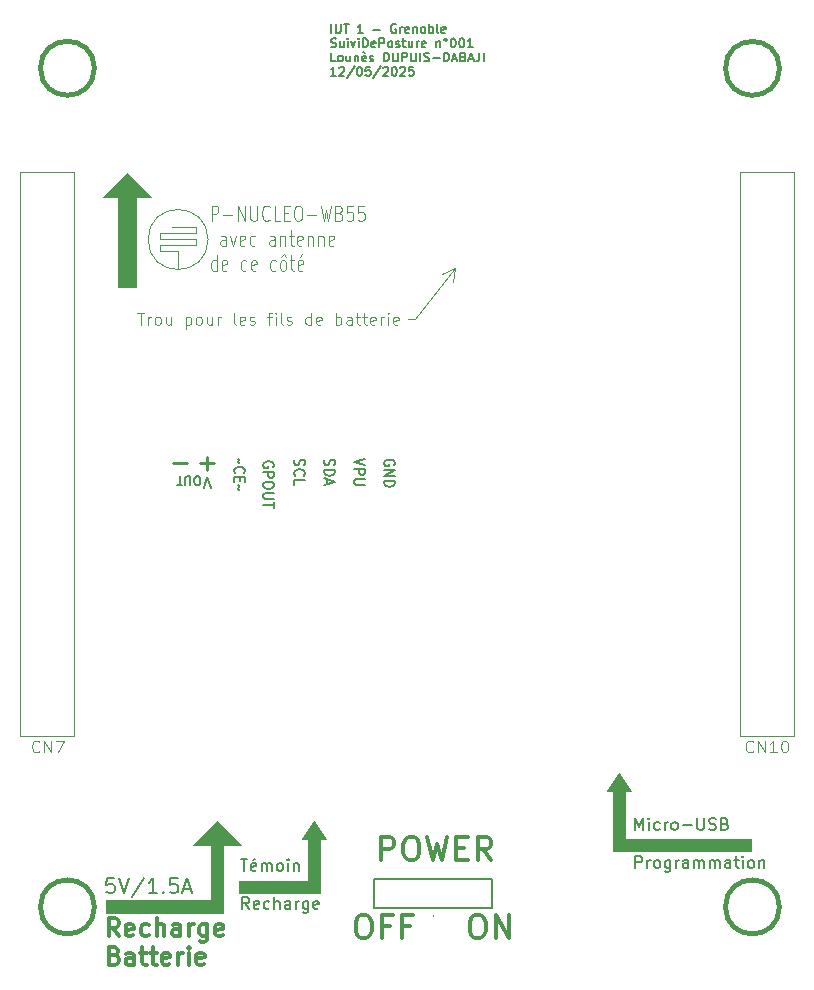
<source format=gbr>
%TF.GenerationSoftware,KiCad,Pcbnew,9.0.2*%
%TF.CreationDate,2025-05-16T17:18:38+02:00*%
%TF.ProjectId,PCB_accueil_STM,5043425f-6163-4637-9565-696c5f53544d,rev?*%
%TF.SameCoordinates,Original*%
%TF.FileFunction,Legend,Top*%
%TF.FilePolarity,Positive*%
%FSLAX46Y46*%
G04 Gerber Fmt 4.6, Leading zero omitted, Abs format (unit mm)*
G04 Created by KiCad (PCBNEW 9.0.2) date 2025-05-16 17:18:38*
%MOMM*%
%LPD*%
G01*
G04 APERTURE LIST*
%ADD10C,0.100000*%
%ADD11C,0.200000*%
%ADD12C,0.152400*%
%ADD13C,0.300000*%
%ADD14C,0.150000*%
%ADD15C,0.171450*%
%ADD16C,0.133350*%
%ADD17C,0.381000*%
%ADD18C,0.254000*%
G04 APERTURE END LIST*
D10*
X173736000Y-122428000D02*
X171704000Y-122428000D01*
X172720000Y-120904000D01*
X173736000Y-122428000D01*
G36*
X173736000Y-122428000D02*
G01*
X171704000Y-122428000D01*
X172720000Y-120904000D01*
X173736000Y-122428000D01*
G37*
X173228000Y-126492000D02*
X183896000Y-126492000D01*
X183896000Y-127508000D01*
X172212000Y-127508000D01*
X172212000Y-122428000D01*
X173228000Y-122428000D01*
X173228000Y-126492000D01*
G36*
X173228000Y-126492000D02*
G01*
X183896000Y-126492000D01*
X183896000Y-127508000D01*
X172212000Y-127508000D01*
X172212000Y-122428000D01*
X173228000Y-122428000D01*
X173228000Y-126492000D01*
G37*
X133858000Y-76200000D02*
X136906000Y-76200000D01*
X140716000Y-127000000D02*
X136652000Y-127000000D01*
X138684000Y-124968000D01*
X140716000Y-127000000D01*
G36*
X140716000Y-127000000D02*
G01*
X136652000Y-127000000D01*
X138684000Y-124968000D01*
X140716000Y-127000000D01*
G37*
X136906000Y-74676000D02*
X134874000Y-74676000D01*
X135382000Y-76708000D02*
X133858000Y-76708000D01*
X133096000Y-72136000D02*
X129032000Y-72136000D01*
X131064000Y-70104000D01*
X133096000Y-72136000D01*
G36*
X133096000Y-72136000D02*
G01*
X129032000Y-72136000D01*
X131064000Y-70104000D01*
X133096000Y-72136000D01*
G37*
X139192000Y-132740400D02*
X129286000Y-132740400D01*
X129286000Y-131597400D01*
X138176000Y-131597400D01*
X138176000Y-127000000D01*
X139192000Y-127000000D01*
X139192000Y-132740400D01*
G36*
X139192000Y-132740400D02*
G01*
X129286000Y-132740400D01*
X129286000Y-131597400D01*
X138176000Y-131597400D01*
X138176000Y-127000000D01*
X139192000Y-127000000D01*
X139192000Y-132740400D01*
G37*
X147396200Y-131038600D02*
X140538200Y-131013200D01*
X140538200Y-129997200D01*
X146380200Y-130022600D01*
X146380200Y-126466600D01*
X147396200Y-126466600D01*
X147396200Y-131038600D01*
G36*
X147396200Y-131038600D02*
G01*
X140538200Y-131013200D01*
X140538200Y-129997200D01*
X146380200Y-130022600D01*
X146380200Y-126466600D01*
X147396200Y-126466600D01*
X147396200Y-131038600D01*
G37*
X133858000Y-76708000D02*
X133858000Y-76200000D01*
X147904200Y-126466600D02*
X145872200Y-126466600D01*
X146888200Y-124942600D01*
X147904200Y-126466600D01*
G36*
X147904200Y-126466600D02*
G01*
X145872200Y-126466600D01*
X146888200Y-124942600D01*
X147904200Y-126466600D01*
G37*
X137922000Y-75692000D02*
G75*
G02*
X132842000Y-75692000I-2540000J0D01*
G01*
X132842000Y-75692000D02*
G75*
G02*
X137922000Y-75692000I2540000J0D01*
G01*
X136906000Y-75692000D02*
X133858000Y-75692000D01*
X136906000Y-76200000D02*
X136906000Y-75692000D01*
X133858000Y-75692000D02*
X133858000Y-75184000D01*
X133858000Y-75184000D02*
X136906000Y-75184000D01*
X135382000Y-78232000D02*
X135382000Y-76708000D01*
X136906000Y-75184000D02*
X136906000Y-74676000D01*
X131826000Y-79756000D02*
X130302000Y-79756000D01*
X130302000Y-72136000D01*
X131826000Y-72136000D01*
X131826000Y-79756000D01*
G36*
X131826000Y-79756000D02*
G01*
X130302000Y-79756000D01*
X130302000Y-72136000D01*
X131826000Y-72136000D01*
X131826000Y-79756000D01*
G37*
D11*
X174105673Y-125679331D02*
X174105673Y-124679331D01*
X174105673Y-124679331D02*
X174439006Y-125393616D01*
X174439006Y-125393616D02*
X174772339Y-124679331D01*
X174772339Y-124679331D02*
X174772339Y-125679331D01*
X175248530Y-125679331D02*
X175248530Y-125012664D01*
X175248530Y-124679331D02*
X175200911Y-124726950D01*
X175200911Y-124726950D02*
X175248530Y-124774569D01*
X175248530Y-124774569D02*
X175296149Y-124726950D01*
X175296149Y-124726950D02*
X175248530Y-124679331D01*
X175248530Y-124679331D02*
X175248530Y-124774569D01*
X176153291Y-125631712D02*
X176058053Y-125679331D01*
X176058053Y-125679331D02*
X175867577Y-125679331D01*
X175867577Y-125679331D02*
X175772339Y-125631712D01*
X175772339Y-125631712D02*
X175724720Y-125584092D01*
X175724720Y-125584092D02*
X175677101Y-125488854D01*
X175677101Y-125488854D02*
X175677101Y-125203140D01*
X175677101Y-125203140D02*
X175724720Y-125107902D01*
X175724720Y-125107902D02*
X175772339Y-125060283D01*
X175772339Y-125060283D02*
X175867577Y-125012664D01*
X175867577Y-125012664D02*
X176058053Y-125012664D01*
X176058053Y-125012664D02*
X176153291Y-125060283D01*
X176581863Y-125679331D02*
X176581863Y-125012664D01*
X176581863Y-125203140D02*
X176629482Y-125107902D01*
X176629482Y-125107902D02*
X176677101Y-125060283D01*
X176677101Y-125060283D02*
X176772339Y-125012664D01*
X176772339Y-125012664D02*
X176867577Y-125012664D01*
X177343768Y-125679331D02*
X177248530Y-125631712D01*
X177248530Y-125631712D02*
X177200911Y-125584092D01*
X177200911Y-125584092D02*
X177153292Y-125488854D01*
X177153292Y-125488854D02*
X177153292Y-125203140D01*
X177153292Y-125203140D02*
X177200911Y-125107902D01*
X177200911Y-125107902D02*
X177248530Y-125060283D01*
X177248530Y-125060283D02*
X177343768Y-125012664D01*
X177343768Y-125012664D02*
X177486625Y-125012664D01*
X177486625Y-125012664D02*
X177581863Y-125060283D01*
X177581863Y-125060283D02*
X177629482Y-125107902D01*
X177629482Y-125107902D02*
X177677101Y-125203140D01*
X177677101Y-125203140D02*
X177677101Y-125488854D01*
X177677101Y-125488854D02*
X177629482Y-125584092D01*
X177629482Y-125584092D02*
X177581863Y-125631712D01*
X177581863Y-125631712D02*
X177486625Y-125679331D01*
X177486625Y-125679331D02*
X177343768Y-125679331D01*
X178105673Y-125298378D02*
X178867578Y-125298378D01*
X179343768Y-124679331D02*
X179343768Y-125488854D01*
X179343768Y-125488854D02*
X179391387Y-125584092D01*
X179391387Y-125584092D02*
X179439006Y-125631712D01*
X179439006Y-125631712D02*
X179534244Y-125679331D01*
X179534244Y-125679331D02*
X179724720Y-125679331D01*
X179724720Y-125679331D02*
X179819958Y-125631712D01*
X179819958Y-125631712D02*
X179867577Y-125584092D01*
X179867577Y-125584092D02*
X179915196Y-125488854D01*
X179915196Y-125488854D02*
X179915196Y-124679331D01*
X180343768Y-125631712D02*
X180486625Y-125679331D01*
X180486625Y-125679331D02*
X180724720Y-125679331D01*
X180724720Y-125679331D02*
X180819958Y-125631712D01*
X180819958Y-125631712D02*
X180867577Y-125584092D01*
X180867577Y-125584092D02*
X180915196Y-125488854D01*
X180915196Y-125488854D02*
X180915196Y-125393616D01*
X180915196Y-125393616D02*
X180867577Y-125298378D01*
X180867577Y-125298378D02*
X180819958Y-125250759D01*
X180819958Y-125250759D02*
X180724720Y-125203140D01*
X180724720Y-125203140D02*
X180534244Y-125155521D01*
X180534244Y-125155521D02*
X180439006Y-125107902D01*
X180439006Y-125107902D02*
X180391387Y-125060283D01*
X180391387Y-125060283D02*
X180343768Y-124965045D01*
X180343768Y-124965045D02*
X180343768Y-124869807D01*
X180343768Y-124869807D02*
X180391387Y-124774569D01*
X180391387Y-124774569D02*
X180439006Y-124726950D01*
X180439006Y-124726950D02*
X180534244Y-124679331D01*
X180534244Y-124679331D02*
X180772339Y-124679331D01*
X180772339Y-124679331D02*
X180915196Y-124726950D01*
X181677101Y-125155521D02*
X181819958Y-125203140D01*
X181819958Y-125203140D02*
X181867577Y-125250759D01*
X181867577Y-125250759D02*
X181915196Y-125345997D01*
X181915196Y-125345997D02*
X181915196Y-125488854D01*
X181915196Y-125488854D02*
X181867577Y-125584092D01*
X181867577Y-125584092D02*
X181819958Y-125631712D01*
X181819958Y-125631712D02*
X181724720Y-125679331D01*
X181724720Y-125679331D02*
X181343768Y-125679331D01*
X181343768Y-125679331D02*
X181343768Y-124679331D01*
X181343768Y-124679331D02*
X181677101Y-124679331D01*
X181677101Y-124679331D02*
X181772339Y-124726950D01*
X181772339Y-124726950D02*
X181819958Y-124774569D01*
X181819958Y-124774569D02*
X181867577Y-124869807D01*
X181867577Y-124869807D02*
X181867577Y-124965045D01*
X181867577Y-124965045D02*
X181819958Y-125060283D01*
X181819958Y-125060283D02*
X181772339Y-125107902D01*
X181772339Y-125107902D02*
X181677101Y-125155521D01*
X181677101Y-125155521D02*
X181343768Y-125155521D01*
X174105673Y-128899219D02*
X174105673Y-127899219D01*
X174105673Y-127899219D02*
X174486625Y-127899219D01*
X174486625Y-127899219D02*
X174581863Y-127946838D01*
X174581863Y-127946838D02*
X174629482Y-127994457D01*
X174629482Y-127994457D02*
X174677101Y-128089695D01*
X174677101Y-128089695D02*
X174677101Y-128232552D01*
X174677101Y-128232552D02*
X174629482Y-128327790D01*
X174629482Y-128327790D02*
X174581863Y-128375409D01*
X174581863Y-128375409D02*
X174486625Y-128423028D01*
X174486625Y-128423028D02*
X174105673Y-128423028D01*
X175105673Y-128899219D02*
X175105673Y-128232552D01*
X175105673Y-128423028D02*
X175153292Y-128327790D01*
X175153292Y-128327790D02*
X175200911Y-128280171D01*
X175200911Y-128280171D02*
X175296149Y-128232552D01*
X175296149Y-128232552D02*
X175391387Y-128232552D01*
X175867578Y-128899219D02*
X175772340Y-128851600D01*
X175772340Y-128851600D02*
X175724721Y-128803980D01*
X175724721Y-128803980D02*
X175677102Y-128708742D01*
X175677102Y-128708742D02*
X175677102Y-128423028D01*
X175677102Y-128423028D02*
X175724721Y-128327790D01*
X175724721Y-128327790D02*
X175772340Y-128280171D01*
X175772340Y-128280171D02*
X175867578Y-128232552D01*
X175867578Y-128232552D02*
X176010435Y-128232552D01*
X176010435Y-128232552D02*
X176105673Y-128280171D01*
X176105673Y-128280171D02*
X176153292Y-128327790D01*
X176153292Y-128327790D02*
X176200911Y-128423028D01*
X176200911Y-128423028D02*
X176200911Y-128708742D01*
X176200911Y-128708742D02*
X176153292Y-128803980D01*
X176153292Y-128803980D02*
X176105673Y-128851600D01*
X176105673Y-128851600D02*
X176010435Y-128899219D01*
X176010435Y-128899219D02*
X175867578Y-128899219D01*
X177058054Y-128232552D02*
X177058054Y-129042076D01*
X177058054Y-129042076D02*
X177010435Y-129137314D01*
X177010435Y-129137314D02*
X176962816Y-129184933D01*
X176962816Y-129184933D02*
X176867578Y-129232552D01*
X176867578Y-129232552D02*
X176724721Y-129232552D01*
X176724721Y-129232552D02*
X176629483Y-129184933D01*
X177058054Y-128851600D02*
X176962816Y-128899219D01*
X176962816Y-128899219D02*
X176772340Y-128899219D01*
X176772340Y-128899219D02*
X176677102Y-128851600D01*
X176677102Y-128851600D02*
X176629483Y-128803980D01*
X176629483Y-128803980D02*
X176581864Y-128708742D01*
X176581864Y-128708742D02*
X176581864Y-128423028D01*
X176581864Y-128423028D02*
X176629483Y-128327790D01*
X176629483Y-128327790D02*
X176677102Y-128280171D01*
X176677102Y-128280171D02*
X176772340Y-128232552D01*
X176772340Y-128232552D02*
X176962816Y-128232552D01*
X176962816Y-128232552D02*
X177058054Y-128280171D01*
X177534245Y-128899219D02*
X177534245Y-128232552D01*
X177534245Y-128423028D02*
X177581864Y-128327790D01*
X177581864Y-128327790D02*
X177629483Y-128280171D01*
X177629483Y-128280171D02*
X177724721Y-128232552D01*
X177724721Y-128232552D02*
X177819959Y-128232552D01*
X178581864Y-128899219D02*
X178581864Y-128375409D01*
X178581864Y-128375409D02*
X178534245Y-128280171D01*
X178534245Y-128280171D02*
X178439007Y-128232552D01*
X178439007Y-128232552D02*
X178248531Y-128232552D01*
X178248531Y-128232552D02*
X178153293Y-128280171D01*
X178581864Y-128851600D02*
X178486626Y-128899219D01*
X178486626Y-128899219D02*
X178248531Y-128899219D01*
X178248531Y-128899219D02*
X178153293Y-128851600D01*
X178153293Y-128851600D02*
X178105674Y-128756361D01*
X178105674Y-128756361D02*
X178105674Y-128661123D01*
X178105674Y-128661123D02*
X178153293Y-128565885D01*
X178153293Y-128565885D02*
X178248531Y-128518266D01*
X178248531Y-128518266D02*
X178486626Y-128518266D01*
X178486626Y-128518266D02*
X178581864Y-128470647D01*
X179058055Y-128899219D02*
X179058055Y-128232552D01*
X179058055Y-128327790D02*
X179105674Y-128280171D01*
X179105674Y-128280171D02*
X179200912Y-128232552D01*
X179200912Y-128232552D02*
X179343769Y-128232552D01*
X179343769Y-128232552D02*
X179439007Y-128280171D01*
X179439007Y-128280171D02*
X179486626Y-128375409D01*
X179486626Y-128375409D02*
X179486626Y-128899219D01*
X179486626Y-128375409D02*
X179534245Y-128280171D01*
X179534245Y-128280171D02*
X179629483Y-128232552D01*
X179629483Y-128232552D02*
X179772340Y-128232552D01*
X179772340Y-128232552D02*
X179867579Y-128280171D01*
X179867579Y-128280171D02*
X179915198Y-128375409D01*
X179915198Y-128375409D02*
X179915198Y-128899219D01*
X180391388Y-128899219D02*
X180391388Y-128232552D01*
X180391388Y-128327790D02*
X180439007Y-128280171D01*
X180439007Y-128280171D02*
X180534245Y-128232552D01*
X180534245Y-128232552D02*
X180677102Y-128232552D01*
X180677102Y-128232552D02*
X180772340Y-128280171D01*
X180772340Y-128280171D02*
X180819959Y-128375409D01*
X180819959Y-128375409D02*
X180819959Y-128899219D01*
X180819959Y-128375409D02*
X180867578Y-128280171D01*
X180867578Y-128280171D02*
X180962816Y-128232552D01*
X180962816Y-128232552D02*
X181105673Y-128232552D01*
X181105673Y-128232552D02*
X181200912Y-128280171D01*
X181200912Y-128280171D02*
X181248531Y-128375409D01*
X181248531Y-128375409D02*
X181248531Y-128899219D01*
X182153292Y-128899219D02*
X182153292Y-128375409D01*
X182153292Y-128375409D02*
X182105673Y-128280171D01*
X182105673Y-128280171D02*
X182010435Y-128232552D01*
X182010435Y-128232552D02*
X181819959Y-128232552D01*
X181819959Y-128232552D02*
X181724721Y-128280171D01*
X182153292Y-128851600D02*
X182058054Y-128899219D01*
X182058054Y-128899219D02*
X181819959Y-128899219D01*
X181819959Y-128899219D02*
X181724721Y-128851600D01*
X181724721Y-128851600D02*
X181677102Y-128756361D01*
X181677102Y-128756361D02*
X181677102Y-128661123D01*
X181677102Y-128661123D02*
X181724721Y-128565885D01*
X181724721Y-128565885D02*
X181819959Y-128518266D01*
X181819959Y-128518266D02*
X182058054Y-128518266D01*
X182058054Y-128518266D02*
X182153292Y-128470647D01*
X182486626Y-128232552D02*
X182867578Y-128232552D01*
X182629483Y-127899219D02*
X182629483Y-128756361D01*
X182629483Y-128756361D02*
X182677102Y-128851600D01*
X182677102Y-128851600D02*
X182772340Y-128899219D01*
X182772340Y-128899219D02*
X182867578Y-128899219D01*
X183200912Y-128899219D02*
X183200912Y-128232552D01*
X183200912Y-127899219D02*
X183153293Y-127946838D01*
X183153293Y-127946838D02*
X183200912Y-127994457D01*
X183200912Y-127994457D02*
X183248531Y-127946838D01*
X183248531Y-127946838D02*
X183200912Y-127899219D01*
X183200912Y-127899219D02*
X183200912Y-127994457D01*
X183819959Y-128899219D02*
X183724721Y-128851600D01*
X183724721Y-128851600D02*
X183677102Y-128803980D01*
X183677102Y-128803980D02*
X183629483Y-128708742D01*
X183629483Y-128708742D02*
X183629483Y-128423028D01*
X183629483Y-128423028D02*
X183677102Y-128327790D01*
X183677102Y-128327790D02*
X183724721Y-128280171D01*
X183724721Y-128280171D02*
X183819959Y-128232552D01*
X183819959Y-128232552D02*
X183962816Y-128232552D01*
X183962816Y-128232552D02*
X184058054Y-128280171D01*
X184058054Y-128280171D02*
X184105673Y-128327790D01*
X184105673Y-128327790D02*
X184153292Y-128423028D01*
X184153292Y-128423028D02*
X184153292Y-128708742D01*
X184153292Y-128708742D02*
X184105673Y-128803980D01*
X184105673Y-128803980D02*
X184058054Y-128851600D01*
X184058054Y-128851600D02*
X183962816Y-128899219D01*
X183962816Y-128899219D02*
X183819959Y-128899219D01*
X184581864Y-128232552D02*
X184581864Y-128899219D01*
X184581864Y-128327790D02*
X184629483Y-128280171D01*
X184629483Y-128280171D02*
X184724721Y-128232552D01*
X184724721Y-128232552D02*
X184867578Y-128232552D01*
X184867578Y-128232552D02*
X184962816Y-128280171D01*
X184962816Y-128280171D02*
X185010435Y-128375409D01*
X185010435Y-128375409D02*
X185010435Y-128899219D01*
X140688816Y-128159131D02*
X141260244Y-128159131D01*
X140974530Y-129159131D02*
X140974530Y-128159131D01*
X141974530Y-129111512D02*
X141879292Y-129159131D01*
X141879292Y-129159131D02*
X141688816Y-129159131D01*
X141688816Y-129159131D02*
X141593578Y-129111512D01*
X141593578Y-129111512D02*
X141545959Y-129016273D01*
X141545959Y-129016273D02*
X141545959Y-128635321D01*
X141545959Y-128635321D02*
X141593578Y-128540083D01*
X141593578Y-128540083D02*
X141688816Y-128492464D01*
X141688816Y-128492464D02*
X141879292Y-128492464D01*
X141879292Y-128492464D02*
X141974530Y-128540083D01*
X141974530Y-128540083D02*
X142022149Y-128635321D01*
X142022149Y-128635321D02*
X142022149Y-128730559D01*
X142022149Y-128730559D02*
X141545959Y-128825797D01*
X141879292Y-128111512D02*
X141736435Y-128254369D01*
X142450721Y-129159131D02*
X142450721Y-128492464D01*
X142450721Y-128587702D02*
X142498340Y-128540083D01*
X142498340Y-128540083D02*
X142593578Y-128492464D01*
X142593578Y-128492464D02*
X142736435Y-128492464D01*
X142736435Y-128492464D02*
X142831673Y-128540083D01*
X142831673Y-128540083D02*
X142879292Y-128635321D01*
X142879292Y-128635321D02*
X142879292Y-129159131D01*
X142879292Y-128635321D02*
X142926911Y-128540083D01*
X142926911Y-128540083D02*
X143022149Y-128492464D01*
X143022149Y-128492464D02*
X143165006Y-128492464D01*
X143165006Y-128492464D02*
X143260245Y-128540083D01*
X143260245Y-128540083D02*
X143307864Y-128635321D01*
X143307864Y-128635321D02*
X143307864Y-129159131D01*
X143926911Y-129159131D02*
X143831673Y-129111512D01*
X143831673Y-129111512D02*
X143784054Y-129063892D01*
X143784054Y-129063892D02*
X143736435Y-128968654D01*
X143736435Y-128968654D02*
X143736435Y-128682940D01*
X143736435Y-128682940D02*
X143784054Y-128587702D01*
X143784054Y-128587702D02*
X143831673Y-128540083D01*
X143831673Y-128540083D02*
X143926911Y-128492464D01*
X143926911Y-128492464D02*
X144069768Y-128492464D01*
X144069768Y-128492464D02*
X144165006Y-128540083D01*
X144165006Y-128540083D02*
X144212625Y-128587702D01*
X144212625Y-128587702D02*
X144260244Y-128682940D01*
X144260244Y-128682940D02*
X144260244Y-128968654D01*
X144260244Y-128968654D02*
X144212625Y-129063892D01*
X144212625Y-129063892D02*
X144165006Y-129111512D01*
X144165006Y-129111512D02*
X144069768Y-129159131D01*
X144069768Y-129159131D02*
X143926911Y-129159131D01*
X144688816Y-129159131D02*
X144688816Y-128492464D01*
X144688816Y-128159131D02*
X144641197Y-128206750D01*
X144641197Y-128206750D02*
X144688816Y-128254369D01*
X144688816Y-128254369D02*
X144736435Y-128206750D01*
X144736435Y-128206750D02*
X144688816Y-128159131D01*
X144688816Y-128159131D02*
X144688816Y-128254369D01*
X145165006Y-128492464D02*
X145165006Y-129159131D01*
X145165006Y-128587702D02*
X145212625Y-128540083D01*
X145212625Y-128540083D02*
X145307863Y-128492464D01*
X145307863Y-128492464D02*
X145450720Y-128492464D01*
X145450720Y-128492464D02*
X145545958Y-128540083D01*
X145545958Y-128540083D02*
X145593577Y-128635321D01*
X145593577Y-128635321D02*
X145593577Y-129159131D01*
X141403101Y-132379019D02*
X141069768Y-131902828D01*
X140831673Y-132379019D02*
X140831673Y-131379019D01*
X140831673Y-131379019D02*
X141212625Y-131379019D01*
X141212625Y-131379019D02*
X141307863Y-131426638D01*
X141307863Y-131426638D02*
X141355482Y-131474257D01*
X141355482Y-131474257D02*
X141403101Y-131569495D01*
X141403101Y-131569495D02*
X141403101Y-131712352D01*
X141403101Y-131712352D02*
X141355482Y-131807590D01*
X141355482Y-131807590D02*
X141307863Y-131855209D01*
X141307863Y-131855209D02*
X141212625Y-131902828D01*
X141212625Y-131902828D02*
X140831673Y-131902828D01*
X142212625Y-132331400D02*
X142117387Y-132379019D01*
X142117387Y-132379019D02*
X141926911Y-132379019D01*
X141926911Y-132379019D02*
X141831673Y-132331400D01*
X141831673Y-132331400D02*
X141784054Y-132236161D01*
X141784054Y-132236161D02*
X141784054Y-131855209D01*
X141784054Y-131855209D02*
X141831673Y-131759971D01*
X141831673Y-131759971D02*
X141926911Y-131712352D01*
X141926911Y-131712352D02*
X142117387Y-131712352D01*
X142117387Y-131712352D02*
X142212625Y-131759971D01*
X142212625Y-131759971D02*
X142260244Y-131855209D01*
X142260244Y-131855209D02*
X142260244Y-131950447D01*
X142260244Y-131950447D02*
X141784054Y-132045685D01*
X143117387Y-132331400D02*
X143022149Y-132379019D01*
X143022149Y-132379019D02*
X142831673Y-132379019D01*
X142831673Y-132379019D02*
X142736435Y-132331400D01*
X142736435Y-132331400D02*
X142688816Y-132283780D01*
X142688816Y-132283780D02*
X142641197Y-132188542D01*
X142641197Y-132188542D02*
X142641197Y-131902828D01*
X142641197Y-131902828D02*
X142688816Y-131807590D01*
X142688816Y-131807590D02*
X142736435Y-131759971D01*
X142736435Y-131759971D02*
X142831673Y-131712352D01*
X142831673Y-131712352D02*
X143022149Y-131712352D01*
X143022149Y-131712352D02*
X143117387Y-131759971D01*
X143545959Y-132379019D02*
X143545959Y-131379019D01*
X143974530Y-132379019D02*
X143974530Y-131855209D01*
X143974530Y-131855209D02*
X143926911Y-131759971D01*
X143926911Y-131759971D02*
X143831673Y-131712352D01*
X143831673Y-131712352D02*
X143688816Y-131712352D01*
X143688816Y-131712352D02*
X143593578Y-131759971D01*
X143593578Y-131759971D02*
X143545959Y-131807590D01*
X144879292Y-132379019D02*
X144879292Y-131855209D01*
X144879292Y-131855209D02*
X144831673Y-131759971D01*
X144831673Y-131759971D02*
X144736435Y-131712352D01*
X144736435Y-131712352D02*
X144545959Y-131712352D01*
X144545959Y-131712352D02*
X144450721Y-131759971D01*
X144879292Y-132331400D02*
X144784054Y-132379019D01*
X144784054Y-132379019D02*
X144545959Y-132379019D01*
X144545959Y-132379019D02*
X144450721Y-132331400D01*
X144450721Y-132331400D02*
X144403102Y-132236161D01*
X144403102Y-132236161D02*
X144403102Y-132140923D01*
X144403102Y-132140923D02*
X144450721Y-132045685D01*
X144450721Y-132045685D02*
X144545959Y-131998066D01*
X144545959Y-131998066D02*
X144784054Y-131998066D01*
X144784054Y-131998066D02*
X144879292Y-131950447D01*
X145355483Y-132379019D02*
X145355483Y-131712352D01*
X145355483Y-131902828D02*
X145403102Y-131807590D01*
X145403102Y-131807590D02*
X145450721Y-131759971D01*
X145450721Y-131759971D02*
X145545959Y-131712352D01*
X145545959Y-131712352D02*
X145641197Y-131712352D01*
X146403102Y-131712352D02*
X146403102Y-132521876D01*
X146403102Y-132521876D02*
X146355483Y-132617114D01*
X146355483Y-132617114D02*
X146307864Y-132664733D01*
X146307864Y-132664733D02*
X146212626Y-132712352D01*
X146212626Y-132712352D02*
X146069769Y-132712352D01*
X146069769Y-132712352D02*
X145974531Y-132664733D01*
X146403102Y-132331400D02*
X146307864Y-132379019D01*
X146307864Y-132379019D02*
X146117388Y-132379019D01*
X146117388Y-132379019D02*
X146022150Y-132331400D01*
X146022150Y-132331400D02*
X145974531Y-132283780D01*
X145974531Y-132283780D02*
X145926912Y-132188542D01*
X145926912Y-132188542D02*
X145926912Y-131902828D01*
X145926912Y-131902828D02*
X145974531Y-131807590D01*
X145974531Y-131807590D02*
X146022150Y-131759971D01*
X146022150Y-131759971D02*
X146117388Y-131712352D01*
X146117388Y-131712352D02*
X146307864Y-131712352D01*
X146307864Y-131712352D02*
X146403102Y-131759971D01*
X147260245Y-132331400D02*
X147165007Y-132379019D01*
X147165007Y-132379019D02*
X146974531Y-132379019D01*
X146974531Y-132379019D02*
X146879293Y-132331400D01*
X146879293Y-132331400D02*
X146831674Y-132236161D01*
X146831674Y-132236161D02*
X146831674Y-131855209D01*
X146831674Y-131855209D02*
X146879293Y-131759971D01*
X146879293Y-131759971D02*
X146974531Y-131712352D01*
X146974531Y-131712352D02*
X147165007Y-131712352D01*
X147165007Y-131712352D02*
X147260245Y-131759971D01*
X147260245Y-131759971D02*
X147307864Y-131855209D01*
X147307864Y-131855209D02*
X147307864Y-131950447D01*
X147307864Y-131950447D02*
X146831674Y-132045685D01*
D12*
X143430882Y-94978243D02*
X143472006Y-94895996D01*
X143472006Y-94895996D02*
X143472006Y-94772624D01*
X143472006Y-94772624D02*
X143430882Y-94649253D01*
X143430882Y-94649253D02*
X143348634Y-94567005D01*
X143348634Y-94567005D02*
X143266387Y-94525882D01*
X143266387Y-94525882D02*
X143101891Y-94484758D01*
X143101891Y-94484758D02*
X142978520Y-94484758D01*
X142978520Y-94484758D02*
X142814025Y-94525882D01*
X142814025Y-94525882D02*
X142731777Y-94567005D01*
X142731777Y-94567005D02*
X142649530Y-94649253D01*
X142649530Y-94649253D02*
X142608406Y-94772624D01*
X142608406Y-94772624D02*
X142608406Y-94854872D01*
X142608406Y-94854872D02*
X142649530Y-94978243D01*
X142649530Y-94978243D02*
X142690653Y-95019367D01*
X142690653Y-95019367D02*
X142978520Y-95019367D01*
X142978520Y-95019367D02*
X142978520Y-94854872D01*
X142608406Y-95389482D02*
X143472006Y-95389482D01*
X143472006Y-95389482D02*
X143472006Y-95718472D01*
X143472006Y-95718472D02*
X143430882Y-95800720D01*
X143430882Y-95800720D02*
X143389758Y-95841843D01*
X143389758Y-95841843D02*
X143307510Y-95882967D01*
X143307510Y-95882967D02*
X143184139Y-95882967D01*
X143184139Y-95882967D02*
X143101891Y-95841843D01*
X143101891Y-95841843D02*
X143060768Y-95800720D01*
X143060768Y-95800720D02*
X143019644Y-95718472D01*
X143019644Y-95718472D02*
X143019644Y-95389482D01*
X143472006Y-96417577D02*
X143472006Y-96582072D01*
X143472006Y-96582072D02*
X143430882Y-96664320D01*
X143430882Y-96664320D02*
X143348634Y-96746567D01*
X143348634Y-96746567D02*
X143184139Y-96787691D01*
X143184139Y-96787691D02*
X142896272Y-96787691D01*
X142896272Y-96787691D02*
X142731777Y-96746567D01*
X142731777Y-96746567D02*
X142649530Y-96664320D01*
X142649530Y-96664320D02*
X142608406Y-96582072D01*
X142608406Y-96582072D02*
X142608406Y-96417577D01*
X142608406Y-96417577D02*
X142649530Y-96335329D01*
X142649530Y-96335329D02*
X142731777Y-96253082D01*
X142731777Y-96253082D02*
X142896272Y-96211958D01*
X142896272Y-96211958D02*
X143184139Y-96211958D01*
X143184139Y-96211958D02*
X143348634Y-96253082D01*
X143348634Y-96253082D02*
X143430882Y-96335329D01*
X143430882Y-96335329D02*
X143472006Y-96417577D01*
X143472006Y-97157806D02*
X142772901Y-97157806D01*
X142772901Y-97157806D02*
X142690653Y-97198929D01*
X142690653Y-97198929D02*
X142649530Y-97240053D01*
X142649530Y-97240053D02*
X142608406Y-97322301D01*
X142608406Y-97322301D02*
X142608406Y-97486796D01*
X142608406Y-97486796D02*
X142649530Y-97569044D01*
X142649530Y-97569044D02*
X142690653Y-97610167D01*
X142690653Y-97610167D02*
X142772901Y-97651291D01*
X142772901Y-97651291D02*
X143472006Y-97651291D01*
X143472006Y-97939158D02*
X143472006Y-98432644D01*
X142608406Y-98185901D02*
X143472006Y-98185901D01*
D11*
X129980235Y-129777623D02*
X129384997Y-129777623D01*
X129384997Y-129777623D02*
X129325473Y-130372861D01*
X129325473Y-130372861D02*
X129384997Y-130313338D01*
X129384997Y-130313338D02*
X129504044Y-130253814D01*
X129504044Y-130253814D02*
X129801663Y-130253814D01*
X129801663Y-130253814D02*
X129920711Y-130313338D01*
X129920711Y-130313338D02*
X129980235Y-130372861D01*
X129980235Y-130372861D02*
X130039758Y-130491909D01*
X130039758Y-130491909D02*
X130039758Y-130789528D01*
X130039758Y-130789528D02*
X129980235Y-130908576D01*
X129980235Y-130908576D02*
X129920711Y-130968100D01*
X129920711Y-130968100D02*
X129801663Y-131027623D01*
X129801663Y-131027623D02*
X129504044Y-131027623D01*
X129504044Y-131027623D02*
X129384997Y-130968100D01*
X129384997Y-130968100D02*
X129325473Y-130908576D01*
X130396901Y-129777623D02*
X130813568Y-131027623D01*
X130813568Y-131027623D02*
X131230234Y-129777623D01*
X132539759Y-129718100D02*
X131468330Y-131325242D01*
X133611187Y-131027623D02*
X132896902Y-131027623D01*
X133254045Y-131027623D02*
X133254045Y-129777623D01*
X133254045Y-129777623D02*
X133134997Y-129956195D01*
X133134997Y-129956195D02*
X133015949Y-130075242D01*
X133015949Y-130075242D02*
X132896902Y-130134766D01*
X134146902Y-130908576D02*
X134206425Y-130968100D01*
X134206425Y-130968100D02*
X134146902Y-131027623D01*
X134146902Y-131027623D02*
X134087378Y-130968100D01*
X134087378Y-130968100D02*
X134146902Y-130908576D01*
X134146902Y-130908576D02*
X134146902Y-131027623D01*
X135337378Y-129777623D02*
X134742140Y-129777623D01*
X134742140Y-129777623D02*
X134682616Y-130372861D01*
X134682616Y-130372861D02*
X134742140Y-130313338D01*
X134742140Y-130313338D02*
X134861187Y-130253814D01*
X134861187Y-130253814D02*
X135158806Y-130253814D01*
X135158806Y-130253814D02*
X135277854Y-130313338D01*
X135277854Y-130313338D02*
X135337378Y-130372861D01*
X135337378Y-130372861D02*
X135396901Y-130491909D01*
X135396901Y-130491909D02*
X135396901Y-130789528D01*
X135396901Y-130789528D02*
X135337378Y-130908576D01*
X135337378Y-130908576D02*
X135277854Y-130968100D01*
X135277854Y-130968100D02*
X135158806Y-131027623D01*
X135158806Y-131027623D02*
X134861187Y-131027623D01*
X134861187Y-131027623D02*
X134742140Y-130968100D01*
X134742140Y-130968100D02*
X134682616Y-130908576D01*
X135873092Y-130670480D02*
X136468330Y-130670480D01*
X135754044Y-131027623D02*
X136170711Y-129777623D01*
X136170711Y-129777623D02*
X136587377Y-131027623D01*
D13*
X150914510Y-132867638D02*
X151295463Y-132867638D01*
X151295463Y-132867638D02*
X151485939Y-132962876D01*
X151485939Y-132962876D02*
X151676415Y-133153352D01*
X151676415Y-133153352D02*
X151771653Y-133534304D01*
X151771653Y-133534304D02*
X151771653Y-134200971D01*
X151771653Y-134200971D02*
X151676415Y-134581923D01*
X151676415Y-134581923D02*
X151485939Y-134772400D01*
X151485939Y-134772400D02*
X151295463Y-134867638D01*
X151295463Y-134867638D02*
X150914510Y-134867638D01*
X150914510Y-134867638D02*
X150724034Y-134772400D01*
X150724034Y-134772400D02*
X150533558Y-134581923D01*
X150533558Y-134581923D02*
X150438320Y-134200971D01*
X150438320Y-134200971D02*
X150438320Y-133534304D01*
X150438320Y-133534304D02*
X150533558Y-133153352D01*
X150533558Y-133153352D02*
X150724034Y-132962876D01*
X150724034Y-132962876D02*
X150914510Y-132867638D01*
X153295463Y-133820019D02*
X152628796Y-133820019D01*
X152628796Y-134867638D02*
X152628796Y-132867638D01*
X152628796Y-132867638D02*
X153581177Y-132867638D01*
X155009749Y-133820019D02*
X154343082Y-133820019D01*
X154343082Y-134867638D02*
X154343082Y-132867638D01*
X154343082Y-132867638D02*
X155295463Y-132867638D01*
X130367453Y-134672912D02*
X129867453Y-133958626D01*
X129510310Y-134672912D02*
X129510310Y-133172912D01*
X129510310Y-133172912D02*
X130081739Y-133172912D01*
X130081739Y-133172912D02*
X130224596Y-133244341D01*
X130224596Y-133244341D02*
X130296025Y-133315769D01*
X130296025Y-133315769D02*
X130367453Y-133458626D01*
X130367453Y-133458626D02*
X130367453Y-133672912D01*
X130367453Y-133672912D02*
X130296025Y-133815769D01*
X130296025Y-133815769D02*
X130224596Y-133887198D01*
X130224596Y-133887198D02*
X130081739Y-133958626D01*
X130081739Y-133958626D02*
X129510310Y-133958626D01*
X131581739Y-134601484D02*
X131438882Y-134672912D01*
X131438882Y-134672912D02*
X131153168Y-134672912D01*
X131153168Y-134672912D02*
X131010310Y-134601484D01*
X131010310Y-134601484D02*
X130938882Y-134458626D01*
X130938882Y-134458626D02*
X130938882Y-133887198D01*
X130938882Y-133887198D02*
X131010310Y-133744341D01*
X131010310Y-133744341D02*
X131153168Y-133672912D01*
X131153168Y-133672912D02*
X131438882Y-133672912D01*
X131438882Y-133672912D02*
X131581739Y-133744341D01*
X131581739Y-133744341D02*
X131653168Y-133887198D01*
X131653168Y-133887198D02*
X131653168Y-134030055D01*
X131653168Y-134030055D02*
X130938882Y-134172912D01*
X132938882Y-134601484D02*
X132796024Y-134672912D01*
X132796024Y-134672912D02*
X132510310Y-134672912D01*
X132510310Y-134672912D02*
X132367453Y-134601484D01*
X132367453Y-134601484D02*
X132296024Y-134530055D01*
X132296024Y-134530055D02*
X132224596Y-134387198D01*
X132224596Y-134387198D02*
X132224596Y-133958626D01*
X132224596Y-133958626D02*
X132296024Y-133815769D01*
X132296024Y-133815769D02*
X132367453Y-133744341D01*
X132367453Y-133744341D02*
X132510310Y-133672912D01*
X132510310Y-133672912D02*
X132796024Y-133672912D01*
X132796024Y-133672912D02*
X132938882Y-133744341D01*
X133581738Y-134672912D02*
X133581738Y-133172912D01*
X134224596Y-134672912D02*
X134224596Y-133887198D01*
X134224596Y-133887198D02*
X134153167Y-133744341D01*
X134153167Y-133744341D02*
X134010310Y-133672912D01*
X134010310Y-133672912D02*
X133796024Y-133672912D01*
X133796024Y-133672912D02*
X133653167Y-133744341D01*
X133653167Y-133744341D02*
X133581738Y-133815769D01*
X135581739Y-134672912D02*
X135581739Y-133887198D01*
X135581739Y-133887198D02*
X135510310Y-133744341D01*
X135510310Y-133744341D02*
X135367453Y-133672912D01*
X135367453Y-133672912D02*
X135081739Y-133672912D01*
X135081739Y-133672912D02*
X134938881Y-133744341D01*
X135581739Y-134601484D02*
X135438881Y-134672912D01*
X135438881Y-134672912D02*
X135081739Y-134672912D01*
X135081739Y-134672912D02*
X134938881Y-134601484D01*
X134938881Y-134601484D02*
X134867453Y-134458626D01*
X134867453Y-134458626D02*
X134867453Y-134315769D01*
X134867453Y-134315769D02*
X134938881Y-134172912D01*
X134938881Y-134172912D02*
X135081739Y-134101484D01*
X135081739Y-134101484D02*
X135438881Y-134101484D01*
X135438881Y-134101484D02*
X135581739Y-134030055D01*
X136296024Y-134672912D02*
X136296024Y-133672912D01*
X136296024Y-133958626D02*
X136367453Y-133815769D01*
X136367453Y-133815769D02*
X136438882Y-133744341D01*
X136438882Y-133744341D02*
X136581739Y-133672912D01*
X136581739Y-133672912D02*
X136724596Y-133672912D01*
X137867453Y-133672912D02*
X137867453Y-134887198D01*
X137867453Y-134887198D02*
X137796024Y-135030055D01*
X137796024Y-135030055D02*
X137724595Y-135101484D01*
X137724595Y-135101484D02*
X137581738Y-135172912D01*
X137581738Y-135172912D02*
X137367453Y-135172912D01*
X137367453Y-135172912D02*
X137224595Y-135101484D01*
X137867453Y-134601484D02*
X137724595Y-134672912D01*
X137724595Y-134672912D02*
X137438881Y-134672912D01*
X137438881Y-134672912D02*
X137296024Y-134601484D01*
X137296024Y-134601484D02*
X137224595Y-134530055D01*
X137224595Y-134530055D02*
X137153167Y-134387198D01*
X137153167Y-134387198D02*
X137153167Y-133958626D01*
X137153167Y-133958626D02*
X137224595Y-133815769D01*
X137224595Y-133815769D02*
X137296024Y-133744341D01*
X137296024Y-133744341D02*
X137438881Y-133672912D01*
X137438881Y-133672912D02*
X137724595Y-133672912D01*
X137724595Y-133672912D02*
X137867453Y-133744341D01*
X139153167Y-134601484D02*
X139010310Y-134672912D01*
X139010310Y-134672912D02*
X138724596Y-134672912D01*
X138724596Y-134672912D02*
X138581738Y-134601484D01*
X138581738Y-134601484D02*
X138510310Y-134458626D01*
X138510310Y-134458626D02*
X138510310Y-133887198D01*
X138510310Y-133887198D02*
X138581738Y-133744341D01*
X138581738Y-133744341D02*
X138724596Y-133672912D01*
X138724596Y-133672912D02*
X139010310Y-133672912D01*
X139010310Y-133672912D02*
X139153167Y-133744341D01*
X139153167Y-133744341D02*
X139224596Y-133887198D01*
X139224596Y-133887198D02*
X139224596Y-134030055D01*
X139224596Y-134030055D02*
X138510310Y-134172912D01*
X130010310Y-136302114D02*
X130224596Y-136373542D01*
X130224596Y-136373542D02*
X130296025Y-136444971D01*
X130296025Y-136444971D02*
X130367453Y-136587828D01*
X130367453Y-136587828D02*
X130367453Y-136802114D01*
X130367453Y-136802114D02*
X130296025Y-136944971D01*
X130296025Y-136944971D02*
X130224596Y-137016400D01*
X130224596Y-137016400D02*
X130081739Y-137087828D01*
X130081739Y-137087828D02*
X129510310Y-137087828D01*
X129510310Y-137087828D02*
X129510310Y-135587828D01*
X129510310Y-135587828D02*
X130010310Y-135587828D01*
X130010310Y-135587828D02*
X130153168Y-135659257D01*
X130153168Y-135659257D02*
X130224596Y-135730685D01*
X130224596Y-135730685D02*
X130296025Y-135873542D01*
X130296025Y-135873542D02*
X130296025Y-136016400D01*
X130296025Y-136016400D02*
X130224596Y-136159257D01*
X130224596Y-136159257D02*
X130153168Y-136230685D01*
X130153168Y-136230685D02*
X130010310Y-136302114D01*
X130010310Y-136302114D02*
X129510310Y-136302114D01*
X131653168Y-137087828D02*
X131653168Y-136302114D01*
X131653168Y-136302114D02*
X131581739Y-136159257D01*
X131581739Y-136159257D02*
X131438882Y-136087828D01*
X131438882Y-136087828D02*
X131153168Y-136087828D01*
X131153168Y-136087828D02*
X131010310Y-136159257D01*
X131653168Y-137016400D02*
X131510310Y-137087828D01*
X131510310Y-137087828D02*
X131153168Y-137087828D01*
X131153168Y-137087828D02*
X131010310Y-137016400D01*
X131010310Y-137016400D02*
X130938882Y-136873542D01*
X130938882Y-136873542D02*
X130938882Y-136730685D01*
X130938882Y-136730685D02*
X131010310Y-136587828D01*
X131010310Y-136587828D02*
X131153168Y-136516400D01*
X131153168Y-136516400D02*
X131510310Y-136516400D01*
X131510310Y-136516400D02*
X131653168Y-136444971D01*
X132153168Y-136087828D02*
X132724596Y-136087828D01*
X132367453Y-135587828D02*
X132367453Y-136873542D01*
X132367453Y-136873542D02*
X132438882Y-137016400D01*
X132438882Y-137016400D02*
X132581739Y-137087828D01*
X132581739Y-137087828D02*
X132724596Y-137087828D01*
X133010311Y-136087828D02*
X133581739Y-136087828D01*
X133224596Y-135587828D02*
X133224596Y-136873542D01*
X133224596Y-136873542D02*
X133296025Y-137016400D01*
X133296025Y-137016400D02*
X133438882Y-137087828D01*
X133438882Y-137087828D02*
X133581739Y-137087828D01*
X134653168Y-137016400D02*
X134510311Y-137087828D01*
X134510311Y-137087828D02*
X134224597Y-137087828D01*
X134224597Y-137087828D02*
X134081739Y-137016400D01*
X134081739Y-137016400D02*
X134010311Y-136873542D01*
X134010311Y-136873542D02*
X134010311Y-136302114D01*
X134010311Y-136302114D02*
X134081739Y-136159257D01*
X134081739Y-136159257D02*
X134224597Y-136087828D01*
X134224597Y-136087828D02*
X134510311Y-136087828D01*
X134510311Y-136087828D02*
X134653168Y-136159257D01*
X134653168Y-136159257D02*
X134724597Y-136302114D01*
X134724597Y-136302114D02*
X134724597Y-136444971D01*
X134724597Y-136444971D02*
X134010311Y-136587828D01*
X135367453Y-137087828D02*
X135367453Y-136087828D01*
X135367453Y-136373542D02*
X135438882Y-136230685D01*
X135438882Y-136230685D02*
X135510311Y-136159257D01*
X135510311Y-136159257D02*
X135653168Y-136087828D01*
X135653168Y-136087828D02*
X135796025Y-136087828D01*
X136296024Y-137087828D02*
X136296024Y-136087828D01*
X136296024Y-135587828D02*
X136224596Y-135659257D01*
X136224596Y-135659257D02*
X136296024Y-135730685D01*
X136296024Y-135730685D02*
X136367453Y-135659257D01*
X136367453Y-135659257D02*
X136296024Y-135587828D01*
X136296024Y-135587828D02*
X136296024Y-135730685D01*
X137581739Y-137016400D02*
X137438882Y-137087828D01*
X137438882Y-137087828D02*
X137153168Y-137087828D01*
X137153168Y-137087828D02*
X137010310Y-137016400D01*
X137010310Y-137016400D02*
X136938882Y-136873542D01*
X136938882Y-136873542D02*
X136938882Y-136302114D01*
X136938882Y-136302114D02*
X137010310Y-136159257D01*
X137010310Y-136159257D02*
X137153168Y-136087828D01*
X137153168Y-136087828D02*
X137438882Y-136087828D01*
X137438882Y-136087828D02*
X137581739Y-136159257D01*
X137581739Y-136159257D02*
X137653168Y-136302114D01*
X137653168Y-136302114D02*
X137653168Y-136444971D01*
X137653168Y-136444971D02*
X136938882Y-136587828D01*
D10*
X138225884Y-74135850D02*
X138225884Y-72835850D01*
X138225884Y-72835850D02*
X138606836Y-72835850D01*
X138606836Y-72835850D02*
X138702074Y-72897755D01*
X138702074Y-72897755D02*
X138749693Y-72959660D01*
X138749693Y-72959660D02*
X138797312Y-73083469D01*
X138797312Y-73083469D02*
X138797312Y-73269184D01*
X138797312Y-73269184D02*
X138749693Y-73392993D01*
X138749693Y-73392993D02*
X138702074Y-73454898D01*
X138702074Y-73454898D02*
X138606836Y-73516803D01*
X138606836Y-73516803D02*
X138225884Y-73516803D01*
X139225884Y-73640612D02*
X139987789Y-73640612D01*
X140463979Y-74135850D02*
X140463979Y-72835850D01*
X140463979Y-72835850D02*
X141035407Y-74135850D01*
X141035407Y-74135850D02*
X141035407Y-72835850D01*
X141511598Y-72835850D02*
X141511598Y-73888231D01*
X141511598Y-73888231D02*
X141559217Y-74012041D01*
X141559217Y-74012041D02*
X141606836Y-74073946D01*
X141606836Y-74073946D02*
X141702074Y-74135850D01*
X141702074Y-74135850D02*
X141892550Y-74135850D01*
X141892550Y-74135850D02*
X141987788Y-74073946D01*
X141987788Y-74073946D02*
X142035407Y-74012041D01*
X142035407Y-74012041D02*
X142083026Y-73888231D01*
X142083026Y-73888231D02*
X142083026Y-72835850D01*
X143130645Y-74012041D02*
X143083026Y-74073946D01*
X143083026Y-74073946D02*
X142940169Y-74135850D01*
X142940169Y-74135850D02*
X142844931Y-74135850D01*
X142844931Y-74135850D02*
X142702074Y-74073946D01*
X142702074Y-74073946D02*
X142606836Y-73950136D01*
X142606836Y-73950136D02*
X142559217Y-73826326D01*
X142559217Y-73826326D02*
X142511598Y-73578707D01*
X142511598Y-73578707D02*
X142511598Y-73392993D01*
X142511598Y-73392993D02*
X142559217Y-73145374D01*
X142559217Y-73145374D02*
X142606836Y-73021565D01*
X142606836Y-73021565D02*
X142702074Y-72897755D01*
X142702074Y-72897755D02*
X142844931Y-72835850D01*
X142844931Y-72835850D02*
X142940169Y-72835850D01*
X142940169Y-72835850D02*
X143083026Y-72897755D01*
X143083026Y-72897755D02*
X143130645Y-72959660D01*
X144035407Y-74135850D02*
X143559217Y-74135850D01*
X143559217Y-74135850D02*
X143559217Y-72835850D01*
X144368741Y-73454898D02*
X144702074Y-73454898D01*
X144844931Y-74135850D02*
X144368741Y-74135850D01*
X144368741Y-74135850D02*
X144368741Y-72835850D01*
X144368741Y-72835850D02*
X144844931Y-72835850D01*
X145463979Y-72835850D02*
X145654455Y-72835850D01*
X145654455Y-72835850D02*
X145749693Y-72897755D01*
X145749693Y-72897755D02*
X145844931Y-73021565D01*
X145844931Y-73021565D02*
X145892550Y-73269184D01*
X145892550Y-73269184D02*
X145892550Y-73702517D01*
X145892550Y-73702517D02*
X145844931Y-73950136D01*
X145844931Y-73950136D02*
X145749693Y-74073946D01*
X145749693Y-74073946D02*
X145654455Y-74135850D01*
X145654455Y-74135850D02*
X145463979Y-74135850D01*
X145463979Y-74135850D02*
X145368741Y-74073946D01*
X145368741Y-74073946D02*
X145273503Y-73950136D01*
X145273503Y-73950136D02*
X145225884Y-73702517D01*
X145225884Y-73702517D02*
X145225884Y-73269184D01*
X145225884Y-73269184D02*
X145273503Y-73021565D01*
X145273503Y-73021565D02*
X145368741Y-72897755D01*
X145368741Y-72897755D02*
X145463979Y-72835850D01*
X146321122Y-73640612D02*
X147083027Y-73640612D01*
X147463979Y-72835850D02*
X147702074Y-74135850D01*
X147702074Y-74135850D02*
X147892550Y-73207279D01*
X147892550Y-73207279D02*
X148083026Y-74135850D01*
X148083026Y-74135850D02*
X148321122Y-72835850D01*
X149035407Y-73454898D02*
X149178264Y-73516803D01*
X149178264Y-73516803D02*
X149225883Y-73578707D01*
X149225883Y-73578707D02*
X149273502Y-73702517D01*
X149273502Y-73702517D02*
X149273502Y-73888231D01*
X149273502Y-73888231D02*
X149225883Y-74012041D01*
X149225883Y-74012041D02*
X149178264Y-74073946D01*
X149178264Y-74073946D02*
X149083026Y-74135850D01*
X149083026Y-74135850D02*
X148702074Y-74135850D01*
X148702074Y-74135850D02*
X148702074Y-72835850D01*
X148702074Y-72835850D02*
X149035407Y-72835850D01*
X149035407Y-72835850D02*
X149130645Y-72897755D01*
X149130645Y-72897755D02*
X149178264Y-72959660D01*
X149178264Y-72959660D02*
X149225883Y-73083469D01*
X149225883Y-73083469D02*
X149225883Y-73207279D01*
X149225883Y-73207279D02*
X149178264Y-73331088D01*
X149178264Y-73331088D02*
X149130645Y-73392993D01*
X149130645Y-73392993D02*
X149035407Y-73454898D01*
X149035407Y-73454898D02*
X148702074Y-73454898D01*
X150178264Y-72835850D02*
X149702074Y-72835850D01*
X149702074Y-72835850D02*
X149654455Y-73454898D01*
X149654455Y-73454898D02*
X149702074Y-73392993D01*
X149702074Y-73392993D02*
X149797312Y-73331088D01*
X149797312Y-73331088D02*
X150035407Y-73331088D01*
X150035407Y-73331088D02*
X150130645Y-73392993D01*
X150130645Y-73392993D02*
X150178264Y-73454898D01*
X150178264Y-73454898D02*
X150225883Y-73578707D01*
X150225883Y-73578707D02*
X150225883Y-73888231D01*
X150225883Y-73888231D02*
X150178264Y-74012041D01*
X150178264Y-74012041D02*
X150130645Y-74073946D01*
X150130645Y-74073946D02*
X150035407Y-74135850D01*
X150035407Y-74135850D02*
X149797312Y-74135850D01*
X149797312Y-74135850D02*
X149702074Y-74073946D01*
X149702074Y-74073946D02*
X149654455Y-74012041D01*
X151130645Y-72835850D02*
X150654455Y-72835850D01*
X150654455Y-72835850D02*
X150606836Y-73454898D01*
X150606836Y-73454898D02*
X150654455Y-73392993D01*
X150654455Y-73392993D02*
X150749693Y-73331088D01*
X150749693Y-73331088D02*
X150987788Y-73331088D01*
X150987788Y-73331088D02*
X151083026Y-73392993D01*
X151083026Y-73392993D02*
X151130645Y-73454898D01*
X151130645Y-73454898D02*
X151178264Y-73578707D01*
X151178264Y-73578707D02*
X151178264Y-73888231D01*
X151178264Y-73888231D02*
X151130645Y-74012041D01*
X151130645Y-74012041D02*
X151083026Y-74073946D01*
X151083026Y-74073946D02*
X150987788Y-74135850D01*
X150987788Y-74135850D02*
X150749693Y-74135850D01*
X150749693Y-74135850D02*
X150654455Y-74073946D01*
X150654455Y-74073946D02*
X150606836Y-74012041D01*
X139416360Y-76228777D02*
X139416360Y-75547825D01*
X139416360Y-75547825D02*
X139368741Y-75424015D01*
X139368741Y-75424015D02*
X139273503Y-75362111D01*
X139273503Y-75362111D02*
X139083027Y-75362111D01*
X139083027Y-75362111D02*
X138987789Y-75424015D01*
X139416360Y-76166873D02*
X139321122Y-76228777D01*
X139321122Y-76228777D02*
X139083027Y-76228777D01*
X139083027Y-76228777D02*
X138987789Y-76166873D01*
X138987789Y-76166873D02*
X138940170Y-76043063D01*
X138940170Y-76043063D02*
X138940170Y-75919253D01*
X138940170Y-75919253D02*
X138987789Y-75795444D01*
X138987789Y-75795444D02*
X139083027Y-75733539D01*
X139083027Y-75733539D02*
X139321122Y-75733539D01*
X139321122Y-75733539D02*
X139416360Y-75671634D01*
X139797313Y-75362111D02*
X140035408Y-76228777D01*
X140035408Y-76228777D02*
X140273503Y-75362111D01*
X141035408Y-76166873D02*
X140940170Y-76228777D01*
X140940170Y-76228777D02*
X140749694Y-76228777D01*
X140749694Y-76228777D02*
X140654456Y-76166873D01*
X140654456Y-76166873D02*
X140606837Y-76043063D01*
X140606837Y-76043063D02*
X140606837Y-75547825D01*
X140606837Y-75547825D02*
X140654456Y-75424015D01*
X140654456Y-75424015D02*
X140749694Y-75362111D01*
X140749694Y-75362111D02*
X140940170Y-75362111D01*
X140940170Y-75362111D02*
X141035408Y-75424015D01*
X141035408Y-75424015D02*
X141083027Y-75547825D01*
X141083027Y-75547825D02*
X141083027Y-75671634D01*
X141083027Y-75671634D02*
X140606837Y-75795444D01*
X141940170Y-76166873D02*
X141844932Y-76228777D01*
X141844932Y-76228777D02*
X141654456Y-76228777D01*
X141654456Y-76228777D02*
X141559218Y-76166873D01*
X141559218Y-76166873D02*
X141511599Y-76104968D01*
X141511599Y-76104968D02*
X141463980Y-75981158D01*
X141463980Y-75981158D02*
X141463980Y-75609730D01*
X141463980Y-75609730D02*
X141511599Y-75485920D01*
X141511599Y-75485920D02*
X141559218Y-75424015D01*
X141559218Y-75424015D02*
X141654456Y-75362111D01*
X141654456Y-75362111D02*
X141844932Y-75362111D01*
X141844932Y-75362111D02*
X141940170Y-75424015D01*
X143559218Y-76228777D02*
X143559218Y-75547825D01*
X143559218Y-75547825D02*
X143511599Y-75424015D01*
X143511599Y-75424015D02*
X143416361Y-75362111D01*
X143416361Y-75362111D02*
X143225885Y-75362111D01*
X143225885Y-75362111D02*
X143130647Y-75424015D01*
X143559218Y-76166873D02*
X143463980Y-76228777D01*
X143463980Y-76228777D02*
X143225885Y-76228777D01*
X143225885Y-76228777D02*
X143130647Y-76166873D01*
X143130647Y-76166873D02*
X143083028Y-76043063D01*
X143083028Y-76043063D02*
X143083028Y-75919253D01*
X143083028Y-75919253D02*
X143130647Y-75795444D01*
X143130647Y-75795444D02*
X143225885Y-75733539D01*
X143225885Y-75733539D02*
X143463980Y-75733539D01*
X143463980Y-75733539D02*
X143559218Y-75671634D01*
X144035409Y-75362111D02*
X144035409Y-76228777D01*
X144035409Y-75485920D02*
X144083028Y-75424015D01*
X144083028Y-75424015D02*
X144178266Y-75362111D01*
X144178266Y-75362111D02*
X144321123Y-75362111D01*
X144321123Y-75362111D02*
X144416361Y-75424015D01*
X144416361Y-75424015D02*
X144463980Y-75547825D01*
X144463980Y-75547825D02*
X144463980Y-76228777D01*
X144797314Y-75362111D02*
X145178266Y-75362111D01*
X144940171Y-74928777D02*
X144940171Y-76043063D01*
X144940171Y-76043063D02*
X144987790Y-76166873D01*
X144987790Y-76166873D02*
X145083028Y-76228777D01*
X145083028Y-76228777D02*
X145178266Y-76228777D01*
X145892552Y-76166873D02*
X145797314Y-76228777D01*
X145797314Y-76228777D02*
X145606838Y-76228777D01*
X145606838Y-76228777D02*
X145511600Y-76166873D01*
X145511600Y-76166873D02*
X145463981Y-76043063D01*
X145463981Y-76043063D02*
X145463981Y-75547825D01*
X145463981Y-75547825D02*
X145511600Y-75424015D01*
X145511600Y-75424015D02*
X145606838Y-75362111D01*
X145606838Y-75362111D02*
X145797314Y-75362111D01*
X145797314Y-75362111D02*
X145892552Y-75424015D01*
X145892552Y-75424015D02*
X145940171Y-75547825D01*
X145940171Y-75547825D02*
X145940171Y-75671634D01*
X145940171Y-75671634D02*
X145463981Y-75795444D01*
X146368743Y-75362111D02*
X146368743Y-76228777D01*
X146368743Y-75485920D02*
X146416362Y-75424015D01*
X146416362Y-75424015D02*
X146511600Y-75362111D01*
X146511600Y-75362111D02*
X146654457Y-75362111D01*
X146654457Y-75362111D02*
X146749695Y-75424015D01*
X146749695Y-75424015D02*
X146797314Y-75547825D01*
X146797314Y-75547825D02*
X146797314Y-76228777D01*
X147273505Y-75362111D02*
X147273505Y-76228777D01*
X147273505Y-75485920D02*
X147321124Y-75424015D01*
X147321124Y-75424015D02*
X147416362Y-75362111D01*
X147416362Y-75362111D02*
X147559219Y-75362111D01*
X147559219Y-75362111D02*
X147654457Y-75424015D01*
X147654457Y-75424015D02*
X147702076Y-75547825D01*
X147702076Y-75547825D02*
X147702076Y-76228777D01*
X148559219Y-76166873D02*
X148463981Y-76228777D01*
X148463981Y-76228777D02*
X148273505Y-76228777D01*
X148273505Y-76228777D02*
X148178267Y-76166873D01*
X148178267Y-76166873D02*
X148130648Y-76043063D01*
X148130648Y-76043063D02*
X148130648Y-75547825D01*
X148130648Y-75547825D02*
X148178267Y-75424015D01*
X148178267Y-75424015D02*
X148273505Y-75362111D01*
X148273505Y-75362111D02*
X148463981Y-75362111D01*
X148463981Y-75362111D02*
X148559219Y-75424015D01*
X148559219Y-75424015D02*
X148606838Y-75547825D01*
X148606838Y-75547825D02*
X148606838Y-75671634D01*
X148606838Y-75671634D02*
X148130648Y-75795444D01*
X138654455Y-78321704D02*
X138654455Y-77021704D01*
X138654455Y-78259800D02*
X138559217Y-78321704D01*
X138559217Y-78321704D02*
X138368741Y-78321704D01*
X138368741Y-78321704D02*
X138273503Y-78259800D01*
X138273503Y-78259800D02*
X138225884Y-78197895D01*
X138225884Y-78197895D02*
X138178265Y-78074085D01*
X138178265Y-78074085D02*
X138178265Y-77702657D01*
X138178265Y-77702657D02*
X138225884Y-77578847D01*
X138225884Y-77578847D02*
X138273503Y-77516942D01*
X138273503Y-77516942D02*
X138368741Y-77455038D01*
X138368741Y-77455038D02*
X138559217Y-77455038D01*
X138559217Y-77455038D02*
X138654455Y-77516942D01*
X139511598Y-78259800D02*
X139416360Y-78321704D01*
X139416360Y-78321704D02*
X139225884Y-78321704D01*
X139225884Y-78321704D02*
X139130646Y-78259800D01*
X139130646Y-78259800D02*
X139083027Y-78135990D01*
X139083027Y-78135990D02*
X139083027Y-77640752D01*
X139083027Y-77640752D02*
X139130646Y-77516942D01*
X139130646Y-77516942D02*
X139225884Y-77455038D01*
X139225884Y-77455038D02*
X139416360Y-77455038D01*
X139416360Y-77455038D02*
X139511598Y-77516942D01*
X139511598Y-77516942D02*
X139559217Y-77640752D01*
X139559217Y-77640752D02*
X139559217Y-77764561D01*
X139559217Y-77764561D02*
X139083027Y-77888371D01*
X141178265Y-78259800D02*
X141083027Y-78321704D01*
X141083027Y-78321704D02*
X140892551Y-78321704D01*
X140892551Y-78321704D02*
X140797313Y-78259800D01*
X140797313Y-78259800D02*
X140749694Y-78197895D01*
X140749694Y-78197895D02*
X140702075Y-78074085D01*
X140702075Y-78074085D02*
X140702075Y-77702657D01*
X140702075Y-77702657D02*
X140749694Y-77578847D01*
X140749694Y-77578847D02*
X140797313Y-77516942D01*
X140797313Y-77516942D02*
X140892551Y-77455038D01*
X140892551Y-77455038D02*
X141083027Y-77455038D01*
X141083027Y-77455038D02*
X141178265Y-77516942D01*
X141987789Y-78259800D02*
X141892551Y-78321704D01*
X141892551Y-78321704D02*
X141702075Y-78321704D01*
X141702075Y-78321704D02*
X141606837Y-78259800D01*
X141606837Y-78259800D02*
X141559218Y-78135990D01*
X141559218Y-78135990D02*
X141559218Y-77640752D01*
X141559218Y-77640752D02*
X141606837Y-77516942D01*
X141606837Y-77516942D02*
X141702075Y-77455038D01*
X141702075Y-77455038D02*
X141892551Y-77455038D01*
X141892551Y-77455038D02*
X141987789Y-77516942D01*
X141987789Y-77516942D02*
X142035408Y-77640752D01*
X142035408Y-77640752D02*
X142035408Y-77764561D01*
X142035408Y-77764561D02*
X141559218Y-77888371D01*
X143654456Y-78259800D02*
X143559218Y-78321704D01*
X143559218Y-78321704D02*
X143368742Y-78321704D01*
X143368742Y-78321704D02*
X143273504Y-78259800D01*
X143273504Y-78259800D02*
X143225885Y-78197895D01*
X143225885Y-78197895D02*
X143178266Y-78074085D01*
X143178266Y-78074085D02*
X143178266Y-77702657D01*
X143178266Y-77702657D02*
X143225885Y-77578847D01*
X143225885Y-77578847D02*
X143273504Y-77516942D01*
X143273504Y-77516942D02*
X143368742Y-77455038D01*
X143368742Y-77455038D02*
X143559218Y-77455038D01*
X143559218Y-77455038D02*
X143654456Y-77516942D01*
X144225885Y-78321704D02*
X144130647Y-78259800D01*
X144130647Y-78259800D02*
X144083028Y-78197895D01*
X144083028Y-78197895D02*
X144035409Y-78074085D01*
X144035409Y-78074085D02*
X144035409Y-77702657D01*
X144035409Y-77702657D02*
X144083028Y-77578847D01*
X144083028Y-77578847D02*
X144130647Y-77516942D01*
X144130647Y-77516942D02*
X144225885Y-77455038D01*
X144225885Y-77455038D02*
X144368742Y-77455038D01*
X144368742Y-77455038D02*
X144463980Y-77516942D01*
X144463980Y-77516942D02*
X144511599Y-77578847D01*
X144511599Y-77578847D02*
X144559218Y-77702657D01*
X144559218Y-77702657D02*
X144559218Y-78074085D01*
X144559218Y-78074085D02*
X144511599Y-78197895D01*
X144511599Y-78197895D02*
X144463980Y-78259800D01*
X144463980Y-78259800D02*
X144368742Y-78321704D01*
X144368742Y-78321704D02*
X144225885Y-78321704D01*
X144130647Y-77145514D02*
X144321123Y-76959800D01*
X144321123Y-76959800D02*
X144511599Y-77145514D01*
X144844933Y-77455038D02*
X145225885Y-77455038D01*
X144987790Y-77021704D02*
X144987790Y-78135990D01*
X144987790Y-78135990D02*
X145035409Y-78259800D01*
X145035409Y-78259800D02*
X145130647Y-78321704D01*
X145130647Y-78321704D02*
X145225885Y-78321704D01*
X145940171Y-78259800D02*
X145844933Y-78321704D01*
X145844933Y-78321704D02*
X145654457Y-78321704D01*
X145654457Y-78321704D02*
X145559219Y-78259800D01*
X145559219Y-78259800D02*
X145511600Y-78135990D01*
X145511600Y-78135990D02*
X145511600Y-77640752D01*
X145511600Y-77640752D02*
X145559219Y-77516942D01*
X145559219Y-77516942D02*
X145654457Y-77455038D01*
X145654457Y-77455038D02*
X145844933Y-77455038D01*
X145844933Y-77455038D02*
X145940171Y-77516942D01*
X145940171Y-77516942D02*
X145987790Y-77640752D01*
X145987790Y-77640752D02*
X145987790Y-77764561D01*
X145987790Y-77764561D02*
X145511600Y-77888371D01*
X145844933Y-76959800D02*
X145702076Y-77145514D01*
D13*
X152565558Y-128263638D02*
X152565558Y-126263638D01*
X152565558Y-126263638D02*
X153327463Y-126263638D01*
X153327463Y-126263638D02*
X153517939Y-126358876D01*
X153517939Y-126358876D02*
X153613177Y-126454114D01*
X153613177Y-126454114D02*
X153708415Y-126644590D01*
X153708415Y-126644590D02*
X153708415Y-126930304D01*
X153708415Y-126930304D02*
X153613177Y-127120780D01*
X153613177Y-127120780D02*
X153517939Y-127216019D01*
X153517939Y-127216019D02*
X153327463Y-127311257D01*
X153327463Y-127311257D02*
X152565558Y-127311257D01*
X154946510Y-126263638D02*
X155327463Y-126263638D01*
X155327463Y-126263638D02*
X155517939Y-126358876D01*
X155517939Y-126358876D02*
X155708415Y-126549352D01*
X155708415Y-126549352D02*
X155803653Y-126930304D01*
X155803653Y-126930304D02*
X155803653Y-127596971D01*
X155803653Y-127596971D02*
X155708415Y-127977923D01*
X155708415Y-127977923D02*
X155517939Y-128168400D01*
X155517939Y-128168400D02*
X155327463Y-128263638D01*
X155327463Y-128263638D02*
X154946510Y-128263638D01*
X154946510Y-128263638D02*
X154756034Y-128168400D01*
X154756034Y-128168400D02*
X154565558Y-127977923D01*
X154565558Y-127977923D02*
X154470320Y-127596971D01*
X154470320Y-127596971D02*
X154470320Y-126930304D01*
X154470320Y-126930304D02*
X154565558Y-126549352D01*
X154565558Y-126549352D02*
X154756034Y-126358876D01*
X154756034Y-126358876D02*
X154946510Y-126263638D01*
X156470320Y-126263638D02*
X156946510Y-128263638D01*
X156946510Y-128263638D02*
X157327463Y-126835066D01*
X157327463Y-126835066D02*
X157708415Y-128263638D01*
X157708415Y-128263638D02*
X158184606Y-126263638D01*
X158946510Y-127216019D02*
X159613177Y-127216019D01*
X159898891Y-128263638D02*
X158946510Y-128263638D01*
X158946510Y-128263638D02*
X158946510Y-126263638D01*
X158946510Y-126263638D02*
X159898891Y-126263638D01*
X161898891Y-128263638D02*
X161232224Y-127311257D01*
X160756034Y-128263638D02*
X160756034Y-126263638D01*
X160756034Y-126263638D02*
X161517939Y-126263638D01*
X161517939Y-126263638D02*
X161708415Y-126358876D01*
X161708415Y-126358876D02*
X161803653Y-126454114D01*
X161803653Y-126454114D02*
X161898891Y-126644590D01*
X161898891Y-126644590D02*
X161898891Y-126930304D01*
X161898891Y-126930304D02*
X161803653Y-127120780D01*
X161803653Y-127120780D02*
X161708415Y-127216019D01*
X161708415Y-127216019D02*
X161517939Y-127311257D01*
X161517939Y-127311257D02*
X160756034Y-127311257D01*
D14*
X148359255Y-58203240D02*
X148359255Y-57453240D01*
X148716398Y-57453240D02*
X148716398Y-58060383D01*
X148716398Y-58060383D02*
X148752112Y-58131811D01*
X148752112Y-58131811D02*
X148787827Y-58167526D01*
X148787827Y-58167526D02*
X148859255Y-58203240D01*
X148859255Y-58203240D02*
X149002112Y-58203240D01*
X149002112Y-58203240D02*
X149073541Y-58167526D01*
X149073541Y-58167526D02*
X149109255Y-58131811D01*
X149109255Y-58131811D02*
X149144969Y-58060383D01*
X149144969Y-58060383D02*
X149144969Y-57453240D01*
X149394969Y-57453240D02*
X149823541Y-57453240D01*
X149609255Y-58203240D02*
X149609255Y-57453240D01*
X151037827Y-58203240D02*
X150609256Y-58203240D01*
X150823541Y-58203240D02*
X150823541Y-57453240D01*
X150823541Y-57453240D02*
X150752113Y-57560383D01*
X150752113Y-57560383D02*
X150680684Y-57631811D01*
X150680684Y-57631811D02*
X150609256Y-57667526D01*
X151930685Y-57917526D02*
X152502114Y-57917526D01*
X153823542Y-57488954D02*
X153752114Y-57453240D01*
X153752114Y-57453240D02*
X153644971Y-57453240D01*
X153644971Y-57453240D02*
X153537828Y-57488954D01*
X153537828Y-57488954D02*
X153466399Y-57560383D01*
X153466399Y-57560383D02*
X153430685Y-57631811D01*
X153430685Y-57631811D02*
X153394971Y-57774668D01*
X153394971Y-57774668D02*
X153394971Y-57881811D01*
X153394971Y-57881811D02*
X153430685Y-58024668D01*
X153430685Y-58024668D02*
X153466399Y-58096097D01*
X153466399Y-58096097D02*
X153537828Y-58167526D01*
X153537828Y-58167526D02*
X153644971Y-58203240D01*
X153644971Y-58203240D02*
X153716399Y-58203240D01*
X153716399Y-58203240D02*
X153823542Y-58167526D01*
X153823542Y-58167526D02*
X153859256Y-58131811D01*
X153859256Y-58131811D02*
X153859256Y-57881811D01*
X153859256Y-57881811D02*
X153716399Y-57881811D01*
X154180685Y-58203240D02*
X154180685Y-57703240D01*
X154180685Y-57846097D02*
X154216399Y-57774668D01*
X154216399Y-57774668D02*
X154252114Y-57738954D01*
X154252114Y-57738954D02*
X154323542Y-57703240D01*
X154323542Y-57703240D02*
X154394971Y-57703240D01*
X154930685Y-58167526D02*
X154859257Y-58203240D01*
X154859257Y-58203240D02*
X154716400Y-58203240D01*
X154716400Y-58203240D02*
X154644971Y-58167526D01*
X154644971Y-58167526D02*
X154609257Y-58096097D01*
X154609257Y-58096097D02*
X154609257Y-57810383D01*
X154609257Y-57810383D02*
X154644971Y-57738954D01*
X154644971Y-57738954D02*
X154716400Y-57703240D01*
X154716400Y-57703240D02*
X154859257Y-57703240D01*
X154859257Y-57703240D02*
X154930685Y-57738954D01*
X154930685Y-57738954D02*
X154966400Y-57810383D01*
X154966400Y-57810383D02*
X154966400Y-57881811D01*
X154966400Y-57881811D02*
X154609257Y-57953240D01*
X155287828Y-57703240D02*
X155287828Y-58203240D01*
X155287828Y-57774668D02*
X155323542Y-57738954D01*
X155323542Y-57738954D02*
X155394971Y-57703240D01*
X155394971Y-57703240D02*
X155502114Y-57703240D01*
X155502114Y-57703240D02*
X155573542Y-57738954D01*
X155573542Y-57738954D02*
X155609257Y-57810383D01*
X155609257Y-57810383D02*
X155609257Y-58203240D01*
X156073542Y-58203240D02*
X156002113Y-58167526D01*
X156002113Y-58167526D02*
X155966399Y-58131811D01*
X155966399Y-58131811D02*
X155930685Y-58060383D01*
X155930685Y-58060383D02*
X155930685Y-57846097D01*
X155930685Y-57846097D02*
X155966399Y-57774668D01*
X155966399Y-57774668D02*
X156002113Y-57738954D01*
X156002113Y-57738954D02*
X156073542Y-57703240D01*
X156073542Y-57703240D02*
X156180685Y-57703240D01*
X156180685Y-57703240D02*
X156252113Y-57738954D01*
X156252113Y-57738954D02*
X156287828Y-57774668D01*
X156287828Y-57774668D02*
X156323542Y-57846097D01*
X156323542Y-57846097D02*
X156323542Y-58060383D01*
X156323542Y-58060383D02*
X156287828Y-58131811D01*
X156287828Y-58131811D02*
X156252113Y-58167526D01*
X156252113Y-58167526D02*
X156180685Y-58203240D01*
X156180685Y-58203240D02*
X156073542Y-58203240D01*
X156644970Y-58203240D02*
X156644970Y-57453240D01*
X156644970Y-57738954D02*
X156716399Y-57703240D01*
X156716399Y-57703240D02*
X156859256Y-57703240D01*
X156859256Y-57703240D02*
X156930684Y-57738954D01*
X156930684Y-57738954D02*
X156966399Y-57774668D01*
X156966399Y-57774668D02*
X157002113Y-57846097D01*
X157002113Y-57846097D02*
X157002113Y-58060383D01*
X157002113Y-58060383D02*
X156966399Y-58131811D01*
X156966399Y-58131811D02*
X156930684Y-58167526D01*
X156930684Y-58167526D02*
X156859256Y-58203240D01*
X156859256Y-58203240D02*
X156716399Y-58203240D01*
X156716399Y-58203240D02*
X156644970Y-58167526D01*
X157430684Y-58203240D02*
X157359255Y-58167526D01*
X157359255Y-58167526D02*
X157323541Y-58096097D01*
X157323541Y-58096097D02*
X157323541Y-57453240D01*
X158002112Y-58167526D02*
X157930684Y-58203240D01*
X157930684Y-58203240D02*
X157787827Y-58203240D01*
X157787827Y-58203240D02*
X157716398Y-58167526D01*
X157716398Y-58167526D02*
X157680684Y-58096097D01*
X157680684Y-58096097D02*
X157680684Y-57810383D01*
X157680684Y-57810383D02*
X157716398Y-57738954D01*
X157716398Y-57738954D02*
X157787827Y-57703240D01*
X157787827Y-57703240D02*
X157930684Y-57703240D01*
X157930684Y-57703240D02*
X158002112Y-57738954D01*
X158002112Y-57738954D02*
X158037827Y-57810383D01*
X158037827Y-57810383D02*
X158037827Y-57881811D01*
X158037827Y-57881811D02*
X157680684Y-57953240D01*
X148323541Y-59374984D02*
X148430684Y-59410698D01*
X148430684Y-59410698D02*
X148609255Y-59410698D01*
X148609255Y-59410698D02*
X148680684Y-59374984D01*
X148680684Y-59374984D02*
X148716398Y-59339269D01*
X148716398Y-59339269D02*
X148752112Y-59267841D01*
X148752112Y-59267841D02*
X148752112Y-59196412D01*
X148752112Y-59196412D02*
X148716398Y-59124984D01*
X148716398Y-59124984D02*
X148680684Y-59089269D01*
X148680684Y-59089269D02*
X148609255Y-59053555D01*
X148609255Y-59053555D02*
X148466398Y-59017841D01*
X148466398Y-59017841D02*
X148394969Y-58982126D01*
X148394969Y-58982126D02*
X148359255Y-58946412D01*
X148359255Y-58946412D02*
X148323541Y-58874984D01*
X148323541Y-58874984D02*
X148323541Y-58803555D01*
X148323541Y-58803555D02*
X148359255Y-58732126D01*
X148359255Y-58732126D02*
X148394969Y-58696412D01*
X148394969Y-58696412D02*
X148466398Y-58660698D01*
X148466398Y-58660698D02*
X148644969Y-58660698D01*
X148644969Y-58660698D02*
X148752112Y-58696412D01*
X149394970Y-58910698D02*
X149394970Y-59410698D01*
X149073541Y-58910698D02*
X149073541Y-59303555D01*
X149073541Y-59303555D02*
X149109255Y-59374984D01*
X149109255Y-59374984D02*
X149180684Y-59410698D01*
X149180684Y-59410698D02*
X149287827Y-59410698D01*
X149287827Y-59410698D02*
X149359255Y-59374984D01*
X149359255Y-59374984D02*
X149394970Y-59339269D01*
X149752112Y-59410698D02*
X149752112Y-58910698D01*
X149752112Y-58660698D02*
X149716398Y-58696412D01*
X149716398Y-58696412D02*
X149752112Y-58732126D01*
X149752112Y-58732126D02*
X149787826Y-58696412D01*
X149787826Y-58696412D02*
X149752112Y-58660698D01*
X149752112Y-58660698D02*
X149752112Y-58732126D01*
X150037826Y-58910698D02*
X150216398Y-59410698D01*
X150216398Y-59410698D02*
X150394969Y-58910698D01*
X150680684Y-59410698D02*
X150680684Y-58910698D01*
X150680684Y-58660698D02*
X150644970Y-58696412D01*
X150644970Y-58696412D02*
X150680684Y-58732126D01*
X150680684Y-58732126D02*
X150716398Y-58696412D01*
X150716398Y-58696412D02*
X150680684Y-58660698D01*
X150680684Y-58660698D02*
X150680684Y-58732126D01*
X151037827Y-59410698D02*
X151037827Y-58660698D01*
X151037827Y-58660698D02*
X151216398Y-58660698D01*
X151216398Y-58660698D02*
X151323541Y-58696412D01*
X151323541Y-58696412D02*
X151394970Y-58767841D01*
X151394970Y-58767841D02*
X151430684Y-58839269D01*
X151430684Y-58839269D02*
X151466398Y-58982126D01*
X151466398Y-58982126D02*
X151466398Y-59089269D01*
X151466398Y-59089269D02*
X151430684Y-59232126D01*
X151430684Y-59232126D02*
X151394970Y-59303555D01*
X151394970Y-59303555D02*
X151323541Y-59374984D01*
X151323541Y-59374984D02*
X151216398Y-59410698D01*
X151216398Y-59410698D02*
X151037827Y-59410698D01*
X152073541Y-59374984D02*
X152002113Y-59410698D01*
X152002113Y-59410698D02*
X151859256Y-59410698D01*
X151859256Y-59410698D02*
X151787827Y-59374984D01*
X151787827Y-59374984D02*
X151752113Y-59303555D01*
X151752113Y-59303555D02*
X151752113Y-59017841D01*
X151752113Y-59017841D02*
X151787827Y-58946412D01*
X151787827Y-58946412D02*
X151859256Y-58910698D01*
X151859256Y-58910698D02*
X152002113Y-58910698D01*
X152002113Y-58910698D02*
X152073541Y-58946412D01*
X152073541Y-58946412D02*
X152109256Y-59017841D01*
X152109256Y-59017841D02*
X152109256Y-59089269D01*
X152109256Y-59089269D02*
X151752113Y-59160698D01*
X152430684Y-59410698D02*
X152430684Y-58660698D01*
X152430684Y-58660698D02*
X152716398Y-58660698D01*
X152716398Y-58660698D02*
X152787827Y-58696412D01*
X152787827Y-58696412D02*
X152823541Y-58732126D01*
X152823541Y-58732126D02*
X152859255Y-58803555D01*
X152859255Y-58803555D02*
X152859255Y-58910698D01*
X152859255Y-58910698D02*
X152823541Y-58982126D01*
X152823541Y-58982126D02*
X152787827Y-59017841D01*
X152787827Y-59017841D02*
X152716398Y-59053555D01*
X152716398Y-59053555D02*
X152430684Y-59053555D01*
X153287827Y-59410698D02*
X153216398Y-59374984D01*
X153216398Y-59374984D02*
X153180684Y-59339269D01*
X153180684Y-59339269D02*
X153144970Y-59267841D01*
X153144970Y-59267841D02*
X153144970Y-59053555D01*
X153144970Y-59053555D02*
X153180684Y-58982126D01*
X153180684Y-58982126D02*
X153216398Y-58946412D01*
X153216398Y-58946412D02*
X153287827Y-58910698D01*
X153287827Y-58910698D02*
X153394970Y-58910698D01*
X153394970Y-58910698D02*
X153466398Y-58946412D01*
X153466398Y-58946412D02*
X153502113Y-58982126D01*
X153502113Y-58982126D02*
X153537827Y-59053555D01*
X153537827Y-59053555D02*
X153537827Y-59267841D01*
X153537827Y-59267841D02*
X153502113Y-59339269D01*
X153502113Y-59339269D02*
X153466398Y-59374984D01*
X153466398Y-59374984D02*
X153394970Y-59410698D01*
X153394970Y-59410698D02*
X153287827Y-59410698D01*
X153823541Y-59374984D02*
X153894969Y-59410698D01*
X153894969Y-59410698D02*
X154037826Y-59410698D01*
X154037826Y-59410698D02*
X154109255Y-59374984D01*
X154109255Y-59374984D02*
X154144969Y-59303555D01*
X154144969Y-59303555D02*
X154144969Y-59267841D01*
X154144969Y-59267841D02*
X154109255Y-59196412D01*
X154109255Y-59196412D02*
X154037826Y-59160698D01*
X154037826Y-59160698D02*
X153930684Y-59160698D01*
X153930684Y-59160698D02*
X153859255Y-59124984D01*
X153859255Y-59124984D02*
X153823541Y-59053555D01*
X153823541Y-59053555D02*
X153823541Y-59017841D01*
X153823541Y-59017841D02*
X153859255Y-58946412D01*
X153859255Y-58946412D02*
X153930684Y-58910698D01*
X153930684Y-58910698D02*
X154037826Y-58910698D01*
X154037826Y-58910698D02*
X154109255Y-58946412D01*
X154359255Y-58910698D02*
X154644969Y-58910698D01*
X154466398Y-58660698D02*
X154466398Y-59303555D01*
X154466398Y-59303555D02*
X154502112Y-59374984D01*
X154502112Y-59374984D02*
X154573541Y-59410698D01*
X154573541Y-59410698D02*
X154644969Y-59410698D01*
X155216398Y-58910698D02*
X155216398Y-59410698D01*
X154894969Y-58910698D02*
X154894969Y-59303555D01*
X154894969Y-59303555D02*
X154930683Y-59374984D01*
X154930683Y-59374984D02*
X155002112Y-59410698D01*
X155002112Y-59410698D02*
X155109255Y-59410698D01*
X155109255Y-59410698D02*
X155180683Y-59374984D01*
X155180683Y-59374984D02*
X155216398Y-59339269D01*
X155573540Y-59410698D02*
X155573540Y-58910698D01*
X155573540Y-59053555D02*
X155609254Y-58982126D01*
X155609254Y-58982126D02*
X155644969Y-58946412D01*
X155644969Y-58946412D02*
X155716397Y-58910698D01*
X155716397Y-58910698D02*
X155787826Y-58910698D01*
X156323540Y-59374984D02*
X156252112Y-59410698D01*
X156252112Y-59410698D02*
X156109255Y-59410698D01*
X156109255Y-59410698D02*
X156037826Y-59374984D01*
X156037826Y-59374984D02*
X156002112Y-59303555D01*
X156002112Y-59303555D02*
X156002112Y-59017841D01*
X156002112Y-59017841D02*
X156037826Y-58946412D01*
X156037826Y-58946412D02*
X156109255Y-58910698D01*
X156109255Y-58910698D02*
X156252112Y-58910698D01*
X156252112Y-58910698D02*
X156323540Y-58946412D01*
X156323540Y-58946412D02*
X156359255Y-59017841D01*
X156359255Y-59017841D02*
X156359255Y-59089269D01*
X156359255Y-59089269D02*
X156002112Y-59160698D01*
X157252112Y-58910698D02*
X157252112Y-59410698D01*
X157252112Y-58982126D02*
X157287826Y-58946412D01*
X157287826Y-58946412D02*
X157359255Y-58910698D01*
X157359255Y-58910698D02*
X157466398Y-58910698D01*
X157466398Y-58910698D02*
X157537826Y-58946412D01*
X157537826Y-58946412D02*
X157573541Y-59017841D01*
X157573541Y-59017841D02*
X157573541Y-59410698D01*
X158037826Y-58660698D02*
X157966397Y-58696412D01*
X157966397Y-58696412D02*
X157930683Y-58767841D01*
X157930683Y-58767841D02*
X157966397Y-58839269D01*
X157966397Y-58839269D02*
X158037826Y-58874984D01*
X158037826Y-58874984D02*
X158109254Y-58839269D01*
X158109254Y-58839269D02*
X158144969Y-58767841D01*
X158144969Y-58767841D02*
X158109254Y-58696412D01*
X158109254Y-58696412D02*
X158037826Y-58660698D01*
X158644969Y-58660698D02*
X158716398Y-58660698D01*
X158716398Y-58660698D02*
X158787826Y-58696412D01*
X158787826Y-58696412D02*
X158823541Y-58732126D01*
X158823541Y-58732126D02*
X158859255Y-58803555D01*
X158859255Y-58803555D02*
X158894969Y-58946412D01*
X158894969Y-58946412D02*
X158894969Y-59124984D01*
X158894969Y-59124984D02*
X158859255Y-59267841D01*
X158859255Y-59267841D02*
X158823541Y-59339269D01*
X158823541Y-59339269D02*
X158787826Y-59374984D01*
X158787826Y-59374984D02*
X158716398Y-59410698D01*
X158716398Y-59410698D02*
X158644969Y-59410698D01*
X158644969Y-59410698D02*
X158573541Y-59374984D01*
X158573541Y-59374984D02*
X158537826Y-59339269D01*
X158537826Y-59339269D02*
X158502112Y-59267841D01*
X158502112Y-59267841D02*
X158466398Y-59124984D01*
X158466398Y-59124984D02*
X158466398Y-58946412D01*
X158466398Y-58946412D02*
X158502112Y-58803555D01*
X158502112Y-58803555D02*
X158537826Y-58732126D01*
X158537826Y-58732126D02*
X158573541Y-58696412D01*
X158573541Y-58696412D02*
X158644969Y-58660698D01*
X159359255Y-58660698D02*
X159430684Y-58660698D01*
X159430684Y-58660698D02*
X159502112Y-58696412D01*
X159502112Y-58696412D02*
X159537827Y-58732126D01*
X159537827Y-58732126D02*
X159573541Y-58803555D01*
X159573541Y-58803555D02*
X159609255Y-58946412D01*
X159609255Y-58946412D02*
X159609255Y-59124984D01*
X159609255Y-59124984D02*
X159573541Y-59267841D01*
X159573541Y-59267841D02*
X159537827Y-59339269D01*
X159537827Y-59339269D02*
X159502112Y-59374984D01*
X159502112Y-59374984D02*
X159430684Y-59410698D01*
X159430684Y-59410698D02*
X159359255Y-59410698D01*
X159359255Y-59410698D02*
X159287827Y-59374984D01*
X159287827Y-59374984D02*
X159252112Y-59339269D01*
X159252112Y-59339269D02*
X159216398Y-59267841D01*
X159216398Y-59267841D02*
X159180684Y-59124984D01*
X159180684Y-59124984D02*
X159180684Y-58946412D01*
X159180684Y-58946412D02*
X159216398Y-58803555D01*
X159216398Y-58803555D02*
X159252112Y-58732126D01*
X159252112Y-58732126D02*
X159287827Y-58696412D01*
X159287827Y-58696412D02*
X159359255Y-58660698D01*
X160323541Y-59410698D02*
X159894970Y-59410698D01*
X160109255Y-59410698D02*
X160109255Y-58660698D01*
X160109255Y-58660698D02*
X160037827Y-58767841D01*
X160037827Y-58767841D02*
X159966398Y-58839269D01*
X159966398Y-58839269D02*
X159894970Y-58874984D01*
X148716398Y-60618156D02*
X148359255Y-60618156D01*
X148359255Y-60618156D02*
X148359255Y-59868156D01*
X149073541Y-60618156D02*
X149002112Y-60582442D01*
X149002112Y-60582442D02*
X148966398Y-60546727D01*
X148966398Y-60546727D02*
X148930684Y-60475299D01*
X148930684Y-60475299D02*
X148930684Y-60261013D01*
X148930684Y-60261013D02*
X148966398Y-60189584D01*
X148966398Y-60189584D02*
X149002112Y-60153870D01*
X149002112Y-60153870D02*
X149073541Y-60118156D01*
X149073541Y-60118156D02*
X149180684Y-60118156D01*
X149180684Y-60118156D02*
X149252112Y-60153870D01*
X149252112Y-60153870D02*
X149287827Y-60189584D01*
X149287827Y-60189584D02*
X149323541Y-60261013D01*
X149323541Y-60261013D02*
X149323541Y-60475299D01*
X149323541Y-60475299D02*
X149287827Y-60546727D01*
X149287827Y-60546727D02*
X149252112Y-60582442D01*
X149252112Y-60582442D02*
X149180684Y-60618156D01*
X149180684Y-60618156D02*
X149073541Y-60618156D01*
X149966398Y-60118156D02*
X149966398Y-60618156D01*
X149644969Y-60118156D02*
X149644969Y-60511013D01*
X149644969Y-60511013D02*
X149680683Y-60582442D01*
X149680683Y-60582442D02*
X149752112Y-60618156D01*
X149752112Y-60618156D02*
X149859255Y-60618156D01*
X149859255Y-60618156D02*
X149930683Y-60582442D01*
X149930683Y-60582442D02*
X149966398Y-60546727D01*
X150323540Y-60118156D02*
X150323540Y-60618156D01*
X150323540Y-60189584D02*
X150359254Y-60153870D01*
X150359254Y-60153870D02*
X150430683Y-60118156D01*
X150430683Y-60118156D02*
X150537826Y-60118156D01*
X150537826Y-60118156D02*
X150609254Y-60153870D01*
X150609254Y-60153870D02*
X150644969Y-60225299D01*
X150644969Y-60225299D02*
X150644969Y-60618156D01*
X151287825Y-60582442D02*
X151216397Y-60618156D01*
X151216397Y-60618156D02*
X151073540Y-60618156D01*
X151073540Y-60618156D02*
X151002111Y-60582442D01*
X151002111Y-60582442D02*
X150966397Y-60511013D01*
X150966397Y-60511013D02*
X150966397Y-60225299D01*
X150966397Y-60225299D02*
X151002111Y-60153870D01*
X151002111Y-60153870D02*
X151073540Y-60118156D01*
X151073540Y-60118156D02*
X151216397Y-60118156D01*
X151216397Y-60118156D02*
X151287825Y-60153870D01*
X151287825Y-60153870D02*
X151323540Y-60225299D01*
X151323540Y-60225299D02*
X151323540Y-60296727D01*
X151323540Y-60296727D02*
X150966397Y-60368156D01*
X151073540Y-59832442D02*
X151180682Y-59939584D01*
X151609254Y-60582442D02*
X151680682Y-60618156D01*
X151680682Y-60618156D02*
X151823539Y-60618156D01*
X151823539Y-60618156D02*
X151894968Y-60582442D01*
X151894968Y-60582442D02*
X151930682Y-60511013D01*
X151930682Y-60511013D02*
X151930682Y-60475299D01*
X151930682Y-60475299D02*
X151894968Y-60403870D01*
X151894968Y-60403870D02*
X151823539Y-60368156D01*
X151823539Y-60368156D02*
X151716397Y-60368156D01*
X151716397Y-60368156D02*
X151644968Y-60332442D01*
X151644968Y-60332442D02*
X151609254Y-60261013D01*
X151609254Y-60261013D02*
X151609254Y-60225299D01*
X151609254Y-60225299D02*
X151644968Y-60153870D01*
X151644968Y-60153870D02*
X151716397Y-60118156D01*
X151716397Y-60118156D02*
X151823539Y-60118156D01*
X151823539Y-60118156D02*
X151894968Y-60153870D01*
X152823540Y-60618156D02*
X152823540Y-59868156D01*
X152823540Y-59868156D02*
X153002111Y-59868156D01*
X153002111Y-59868156D02*
X153109254Y-59903870D01*
X153109254Y-59903870D02*
X153180683Y-59975299D01*
X153180683Y-59975299D02*
X153216397Y-60046727D01*
X153216397Y-60046727D02*
X153252111Y-60189584D01*
X153252111Y-60189584D02*
X153252111Y-60296727D01*
X153252111Y-60296727D02*
X153216397Y-60439584D01*
X153216397Y-60439584D02*
X153180683Y-60511013D01*
X153180683Y-60511013D02*
X153109254Y-60582442D01*
X153109254Y-60582442D02*
X153002111Y-60618156D01*
X153002111Y-60618156D02*
X152823540Y-60618156D01*
X153573540Y-59868156D02*
X153573540Y-60475299D01*
X153573540Y-60475299D02*
X153609254Y-60546727D01*
X153609254Y-60546727D02*
X153644969Y-60582442D01*
X153644969Y-60582442D02*
X153716397Y-60618156D01*
X153716397Y-60618156D02*
X153859254Y-60618156D01*
X153859254Y-60618156D02*
X153930683Y-60582442D01*
X153930683Y-60582442D02*
X153966397Y-60546727D01*
X153966397Y-60546727D02*
X154002111Y-60475299D01*
X154002111Y-60475299D02*
X154002111Y-59868156D01*
X154359254Y-60618156D02*
X154359254Y-59868156D01*
X154359254Y-59868156D02*
X154644968Y-59868156D01*
X154644968Y-59868156D02*
X154716397Y-59903870D01*
X154716397Y-59903870D02*
X154752111Y-59939584D01*
X154752111Y-59939584D02*
X154787825Y-60011013D01*
X154787825Y-60011013D02*
X154787825Y-60118156D01*
X154787825Y-60118156D02*
X154752111Y-60189584D01*
X154752111Y-60189584D02*
X154716397Y-60225299D01*
X154716397Y-60225299D02*
X154644968Y-60261013D01*
X154644968Y-60261013D02*
X154359254Y-60261013D01*
X155109254Y-59868156D02*
X155109254Y-60475299D01*
X155109254Y-60475299D02*
X155144968Y-60546727D01*
X155144968Y-60546727D02*
X155180683Y-60582442D01*
X155180683Y-60582442D02*
X155252111Y-60618156D01*
X155252111Y-60618156D02*
X155394968Y-60618156D01*
X155394968Y-60618156D02*
X155466397Y-60582442D01*
X155466397Y-60582442D02*
X155502111Y-60546727D01*
X155502111Y-60546727D02*
X155537825Y-60475299D01*
X155537825Y-60475299D02*
X155537825Y-59868156D01*
X155894968Y-60618156D02*
X155894968Y-59868156D01*
X156216397Y-60582442D02*
X156323540Y-60618156D01*
X156323540Y-60618156D02*
X156502111Y-60618156D01*
X156502111Y-60618156D02*
X156573540Y-60582442D01*
X156573540Y-60582442D02*
X156609254Y-60546727D01*
X156609254Y-60546727D02*
X156644968Y-60475299D01*
X156644968Y-60475299D02*
X156644968Y-60403870D01*
X156644968Y-60403870D02*
X156609254Y-60332442D01*
X156609254Y-60332442D02*
X156573540Y-60296727D01*
X156573540Y-60296727D02*
X156502111Y-60261013D01*
X156502111Y-60261013D02*
X156359254Y-60225299D01*
X156359254Y-60225299D02*
X156287825Y-60189584D01*
X156287825Y-60189584D02*
X156252111Y-60153870D01*
X156252111Y-60153870D02*
X156216397Y-60082442D01*
X156216397Y-60082442D02*
X156216397Y-60011013D01*
X156216397Y-60011013D02*
X156252111Y-59939584D01*
X156252111Y-59939584D02*
X156287825Y-59903870D01*
X156287825Y-59903870D02*
X156359254Y-59868156D01*
X156359254Y-59868156D02*
X156537825Y-59868156D01*
X156537825Y-59868156D02*
X156644968Y-59903870D01*
X156966397Y-60332442D02*
X157537826Y-60332442D01*
X157894968Y-60618156D02*
X157894968Y-59868156D01*
X157894968Y-59868156D02*
X158073539Y-59868156D01*
X158073539Y-59868156D02*
X158180682Y-59903870D01*
X158180682Y-59903870D02*
X158252111Y-59975299D01*
X158252111Y-59975299D02*
X158287825Y-60046727D01*
X158287825Y-60046727D02*
X158323539Y-60189584D01*
X158323539Y-60189584D02*
X158323539Y-60296727D01*
X158323539Y-60296727D02*
X158287825Y-60439584D01*
X158287825Y-60439584D02*
X158252111Y-60511013D01*
X158252111Y-60511013D02*
X158180682Y-60582442D01*
X158180682Y-60582442D02*
X158073539Y-60618156D01*
X158073539Y-60618156D02*
X157894968Y-60618156D01*
X158609254Y-60403870D02*
X158966397Y-60403870D01*
X158537825Y-60618156D02*
X158787825Y-59868156D01*
X158787825Y-59868156D02*
X159037825Y-60618156D01*
X159537825Y-60225299D02*
X159644968Y-60261013D01*
X159644968Y-60261013D02*
X159680682Y-60296727D01*
X159680682Y-60296727D02*
X159716396Y-60368156D01*
X159716396Y-60368156D02*
X159716396Y-60475299D01*
X159716396Y-60475299D02*
X159680682Y-60546727D01*
X159680682Y-60546727D02*
X159644968Y-60582442D01*
X159644968Y-60582442D02*
X159573539Y-60618156D01*
X159573539Y-60618156D02*
X159287825Y-60618156D01*
X159287825Y-60618156D02*
X159287825Y-59868156D01*
X159287825Y-59868156D02*
X159537825Y-59868156D01*
X159537825Y-59868156D02*
X159609254Y-59903870D01*
X159609254Y-59903870D02*
X159644968Y-59939584D01*
X159644968Y-59939584D02*
X159680682Y-60011013D01*
X159680682Y-60011013D02*
X159680682Y-60082442D01*
X159680682Y-60082442D02*
X159644968Y-60153870D01*
X159644968Y-60153870D02*
X159609254Y-60189584D01*
X159609254Y-60189584D02*
X159537825Y-60225299D01*
X159537825Y-60225299D02*
X159287825Y-60225299D01*
X160002111Y-60403870D02*
X160359254Y-60403870D01*
X159930682Y-60618156D02*
X160180682Y-59868156D01*
X160180682Y-59868156D02*
X160430682Y-60618156D01*
X160894968Y-59868156D02*
X160894968Y-60403870D01*
X160894968Y-60403870D02*
X160859253Y-60511013D01*
X160859253Y-60511013D02*
X160787825Y-60582442D01*
X160787825Y-60582442D02*
X160680682Y-60618156D01*
X160680682Y-60618156D02*
X160609253Y-60618156D01*
X161252111Y-60618156D02*
X161252111Y-59868156D01*
X148752112Y-61825614D02*
X148323541Y-61825614D01*
X148537826Y-61825614D02*
X148537826Y-61075614D01*
X148537826Y-61075614D02*
X148466398Y-61182757D01*
X148466398Y-61182757D02*
X148394969Y-61254185D01*
X148394969Y-61254185D02*
X148323541Y-61289900D01*
X149037827Y-61147042D02*
X149073541Y-61111328D01*
X149073541Y-61111328D02*
X149144970Y-61075614D01*
X149144970Y-61075614D02*
X149323541Y-61075614D01*
X149323541Y-61075614D02*
X149394970Y-61111328D01*
X149394970Y-61111328D02*
X149430684Y-61147042D01*
X149430684Y-61147042D02*
X149466398Y-61218471D01*
X149466398Y-61218471D02*
X149466398Y-61289900D01*
X149466398Y-61289900D02*
X149430684Y-61397042D01*
X149430684Y-61397042D02*
X149002112Y-61825614D01*
X149002112Y-61825614D02*
X149466398Y-61825614D01*
X150323541Y-61039900D02*
X149680684Y-62004185D01*
X150716398Y-61075614D02*
X150787827Y-61075614D01*
X150787827Y-61075614D02*
X150859255Y-61111328D01*
X150859255Y-61111328D02*
X150894970Y-61147042D01*
X150894970Y-61147042D02*
X150930684Y-61218471D01*
X150930684Y-61218471D02*
X150966398Y-61361328D01*
X150966398Y-61361328D02*
X150966398Y-61539900D01*
X150966398Y-61539900D02*
X150930684Y-61682757D01*
X150930684Y-61682757D02*
X150894970Y-61754185D01*
X150894970Y-61754185D02*
X150859255Y-61789900D01*
X150859255Y-61789900D02*
X150787827Y-61825614D01*
X150787827Y-61825614D02*
X150716398Y-61825614D01*
X150716398Y-61825614D02*
X150644970Y-61789900D01*
X150644970Y-61789900D02*
X150609255Y-61754185D01*
X150609255Y-61754185D02*
X150573541Y-61682757D01*
X150573541Y-61682757D02*
X150537827Y-61539900D01*
X150537827Y-61539900D02*
X150537827Y-61361328D01*
X150537827Y-61361328D02*
X150573541Y-61218471D01*
X150573541Y-61218471D02*
X150609255Y-61147042D01*
X150609255Y-61147042D02*
X150644970Y-61111328D01*
X150644970Y-61111328D02*
X150716398Y-61075614D01*
X151644970Y-61075614D02*
X151287827Y-61075614D01*
X151287827Y-61075614D02*
X151252113Y-61432757D01*
X151252113Y-61432757D02*
X151287827Y-61397042D01*
X151287827Y-61397042D02*
X151359256Y-61361328D01*
X151359256Y-61361328D02*
X151537827Y-61361328D01*
X151537827Y-61361328D02*
X151609256Y-61397042D01*
X151609256Y-61397042D02*
X151644970Y-61432757D01*
X151644970Y-61432757D02*
X151680684Y-61504185D01*
X151680684Y-61504185D02*
X151680684Y-61682757D01*
X151680684Y-61682757D02*
X151644970Y-61754185D01*
X151644970Y-61754185D02*
X151609256Y-61789900D01*
X151609256Y-61789900D02*
X151537827Y-61825614D01*
X151537827Y-61825614D02*
X151359256Y-61825614D01*
X151359256Y-61825614D02*
X151287827Y-61789900D01*
X151287827Y-61789900D02*
X151252113Y-61754185D01*
X152537827Y-61039900D02*
X151894970Y-62004185D01*
X152752113Y-61147042D02*
X152787827Y-61111328D01*
X152787827Y-61111328D02*
X152859256Y-61075614D01*
X152859256Y-61075614D02*
X153037827Y-61075614D01*
X153037827Y-61075614D02*
X153109256Y-61111328D01*
X153109256Y-61111328D02*
X153144970Y-61147042D01*
X153144970Y-61147042D02*
X153180684Y-61218471D01*
X153180684Y-61218471D02*
X153180684Y-61289900D01*
X153180684Y-61289900D02*
X153144970Y-61397042D01*
X153144970Y-61397042D02*
X152716398Y-61825614D01*
X152716398Y-61825614D02*
X153180684Y-61825614D01*
X153644970Y-61075614D02*
X153716399Y-61075614D01*
X153716399Y-61075614D02*
X153787827Y-61111328D01*
X153787827Y-61111328D02*
X153823542Y-61147042D01*
X153823542Y-61147042D02*
X153859256Y-61218471D01*
X153859256Y-61218471D02*
X153894970Y-61361328D01*
X153894970Y-61361328D02*
X153894970Y-61539900D01*
X153894970Y-61539900D02*
X153859256Y-61682757D01*
X153859256Y-61682757D02*
X153823542Y-61754185D01*
X153823542Y-61754185D02*
X153787827Y-61789900D01*
X153787827Y-61789900D02*
X153716399Y-61825614D01*
X153716399Y-61825614D02*
X153644970Y-61825614D01*
X153644970Y-61825614D02*
X153573542Y-61789900D01*
X153573542Y-61789900D02*
X153537827Y-61754185D01*
X153537827Y-61754185D02*
X153502113Y-61682757D01*
X153502113Y-61682757D02*
X153466399Y-61539900D01*
X153466399Y-61539900D02*
X153466399Y-61361328D01*
X153466399Y-61361328D02*
X153502113Y-61218471D01*
X153502113Y-61218471D02*
X153537827Y-61147042D01*
X153537827Y-61147042D02*
X153573542Y-61111328D01*
X153573542Y-61111328D02*
X153644970Y-61075614D01*
X154180685Y-61147042D02*
X154216399Y-61111328D01*
X154216399Y-61111328D02*
X154287828Y-61075614D01*
X154287828Y-61075614D02*
X154466399Y-61075614D01*
X154466399Y-61075614D02*
X154537828Y-61111328D01*
X154537828Y-61111328D02*
X154573542Y-61147042D01*
X154573542Y-61147042D02*
X154609256Y-61218471D01*
X154609256Y-61218471D02*
X154609256Y-61289900D01*
X154609256Y-61289900D02*
X154573542Y-61397042D01*
X154573542Y-61397042D02*
X154144970Y-61825614D01*
X154144970Y-61825614D02*
X154609256Y-61825614D01*
X155287828Y-61075614D02*
X154930685Y-61075614D01*
X154930685Y-61075614D02*
X154894971Y-61432757D01*
X154894971Y-61432757D02*
X154930685Y-61397042D01*
X154930685Y-61397042D02*
X155002114Y-61361328D01*
X155002114Y-61361328D02*
X155180685Y-61361328D01*
X155180685Y-61361328D02*
X155252114Y-61397042D01*
X155252114Y-61397042D02*
X155287828Y-61432757D01*
X155287828Y-61432757D02*
X155323542Y-61504185D01*
X155323542Y-61504185D02*
X155323542Y-61682757D01*
X155323542Y-61682757D02*
X155287828Y-61754185D01*
X155287828Y-61754185D02*
X155252114Y-61789900D01*
X155252114Y-61789900D02*
X155180685Y-61825614D01*
X155180685Y-61825614D02*
X155002114Y-61825614D01*
X155002114Y-61825614D02*
X154930685Y-61789900D01*
X154930685Y-61789900D02*
X154894971Y-61754185D01*
D13*
X160566510Y-132867638D02*
X160947463Y-132867638D01*
X160947463Y-132867638D02*
X161137939Y-132962876D01*
X161137939Y-132962876D02*
X161328415Y-133153352D01*
X161328415Y-133153352D02*
X161423653Y-133534304D01*
X161423653Y-133534304D02*
X161423653Y-134200971D01*
X161423653Y-134200971D02*
X161328415Y-134581923D01*
X161328415Y-134581923D02*
X161137939Y-134772400D01*
X161137939Y-134772400D02*
X160947463Y-134867638D01*
X160947463Y-134867638D02*
X160566510Y-134867638D01*
X160566510Y-134867638D02*
X160376034Y-134772400D01*
X160376034Y-134772400D02*
X160185558Y-134581923D01*
X160185558Y-134581923D02*
X160090320Y-134200971D01*
X160090320Y-134200971D02*
X160090320Y-133534304D01*
X160090320Y-133534304D02*
X160185558Y-133153352D01*
X160185558Y-133153352D02*
X160376034Y-132962876D01*
X160376034Y-132962876D02*
X160566510Y-132867638D01*
X162280796Y-134867638D02*
X162280796Y-132867638D01*
X162280796Y-132867638D02*
X163423653Y-134867638D01*
X163423653Y-134867638D02*
X163423653Y-132867638D01*
D10*
X131933750Y-81905819D02*
X132505178Y-81905819D01*
X132219464Y-82905819D02*
X132219464Y-81905819D01*
X132838512Y-82905819D02*
X132838512Y-82239152D01*
X132838512Y-82429628D02*
X132886131Y-82334390D01*
X132886131Y-82334390D02*
X132933750Y-82286771D01*
X132933750Y-82286771D02*
X133028988Y-82239152D01*
X133028988Y-82239152D02*
X133124226Y-82239152D01*
X133600417Y-82905819D02*
X133505179Y-82858200D01*
X133505179Y-82858200D02*
X133457560Y-82810580D01*
X133457560Y-82810580D02*
X133409941Y-82715342D01*
X133409941Y-82715342D02*
X133409941Y-82429628D01*
X133409941Y-82429628D02*
X133457560Y-82334390D01*
X133457560Y-82334390D02*
X133505179Y-82286771D01*
X133505179Y-82286771D02*
X133600417Y-82239152D01*
X133600417Y-82239152D02*
X133743274Y-82239152D01*
X133743274Y-82239152D02*
X133838512Y-82286771D01*
X133838512Y-82286771D02*
X133886131Y-82334390D01*
X133886131Y-82334390D02*
X133933750Y-82429628D01*
X133933750Y-82429628D02*
X133933750Y-82715342D01*
X133933750Y-82715342D02*
X133886131Y-82810580D01*
X133886131Y-82810580D02*
X133838512Y-82858200D01*
X133838512Y-82858200D02*
X133743274Y-82905819D01*
X133743274Y-82905819D02*
X133600417Y-82905819D01*
X134790893Y-82239152D02*
X134790893Y-82905819D01*
X134362322Y-82239152D02*
X134362322Y-82762961D01*
X134362322Y-82762961D02*
X134409941Y-82858200D01*
X134409941Y-82858200D02*
X134505179Y-82905819D01*
X134505179Y-82905819D02*
X134648036Y-82905819D01*
X134648036Y-82905819D02*
X134743274Y-82858200D01*
X134743274Y-82858200D02*
X134790893Y-82810580D01*
X136028989Y-82239152D02*
X136028989Y-83239152D01*
X136028989Y-82286771D02*
X136124227Y-82239152D01*
X136124227Y-82239152D02*
X136314703Y-82239152D01*
X136314703Y-82239152D02*
X136409941Y-82286771D01*
X136409941Y-82286771D02*
X136457560Y-82334390D01*
X136457560Y-82334390D02*
X136505179Y-82429628D01*
X136505179Y-82429628D02*
X136505179Y-82715342D01*
X136505179Y-82715342D02*
X136457560Y-82810580D01*
X136457560Y-82810580D02*
X136409941Y-82858200D01*
X136409941Y-82858200D02*
X136314703Y-82905819D01*
X136314703Y-82905819D02*
X136124227Y-82905819D01*
X136124227Y-82905819D02*
X136028989Y-82858200D01*
X137076608Y-82905819D02*
X136981370Y-82858200D01*
X136981370Y-82858200D02*
X136933751Y-82810580D01*
X136933751Y-82810580D02*
X136886132Y-82715342D01*
X136886132Y-82715342D02*
X136886132Y-82429628D01*
X136886132Y-82429628D02*
X136933751Y-82334390D01*
X136933751Y-82334390D02*
X136981370Y-82286771D01*
X136981370Y-82286771D02*
X137076608Y-82239152D01*
X137076608Y-82239152D02*
X137219465Y-82239152D01*
X137219465Y-82239152D02*
X137314703Y-82286771D01*
X137314703Y-82286771D02*
X137362322Y-82334390D01*
X137362322Y-82334390D02*
X137409941Y-82429628D01*
X137409941Y-82429628D02*
X137409941Y-82715342D01*
X137409941Y-82715342D02*
X137362322Y-82810580D01*
X137362322Y-82810580D02*
X137314703Y-82858200D01*
X137314703Y-82858200D02*
X137219465Y-82905819D01*
X137219465Y-82905819D02*
X137076608Y-82905819D01*
X138267084Y-82239152D02*
X138267084Y-82905819D01*
X137838513Y-82239152D02*
X137838513Y-82762961D01*
X137838513Y-82762961D02*
X137886132Y-82858200D01*
X137886132Y-82858200D02*
X137981370Y-82905819D01*
X137981370Y-82905819D02*
X138124227Y-82905819D01*
X138124227Y-82905819D02*
X138219465Y-82858200D01*
X138219465Y-82858200D02*
X138267084Y-82810580D01*
X138743275Y-82905819D02*
X138743275Y-82239152D01*
X138743275Y-82429628D02*
X138790894Y-82334390D01*
X138790894Y-82334390D02*
X138838513Y-82286771D01*
X138838513Y-82286771D02*
X138933751Y-82239152D01*
X138933751Y-82239152D02*
X139028989Y-82239152D01*
X140267085Y-82905819D02*
X140171847Y-82858200D01*
X140171847Y-82858200D02*
X140124228Y-82762961D01*
X140124228Y-82762961D02*
X140124228Y-81905819D01*
X141028990Y-82858200D02*
X140933752Y-82905819D01*
X140933752Y-82905819D02*
X140743276Y-82905819D01*
X140743276Y-82905819D02*
X140648038Y-82858200D01*
X140648038Y-82858200D02*
X140600419Y-82762961D01*
X140600419Y-82762961D02*
X140600419Y-82382009D01*
X140600419Y-82382009D02*
X140648038Y-82286771D01*
X140648038Y-82286771D02*
X140743276Y-82239152D01*
X140743276Y-82239152D02*
X140933752Y-82239152D01*
X140933752Y-82239152D02*
X141028990Y-82286771D01*
X141028990Y-82286771D02*
X141076609Y-82382009D01*
X141076609Y-82382009D02*
X141076609Y-82477247D01*
X141076609Y-82477247D02*
X140600419Y-82572485D01*
X141457562Y-82858200D02*
X141552800Y-82905819D01*
X141552800Y-82905819D02*
X141743276Y-82905819D01*
X141743276Y-82905819D02*
X141838514Y-82858200D01*
X141838514Y-82858200D02*
X141886133Y-82762961D01*
X141886133Y-82762961D02*
X141886133Y-82715342D01*
X141886133Y-82715342D02*
X141838514Y-82620104D01*
X141838514Y-82620104D02*
X141743276Y-82572485D01*
X141743276Y-82572485D02*
X141600419Y-82572485D01*
X141600419Y-82572485D02*
X141505181Y-82524866D01*
X141505181Y-82524866D02*
X141457562Y-82429628D01*
X141457562Y-82429628D02*
X141457562Y-82382009D01*
X141457562Y-82382009D02*
X141505181Y-82286771D01*
X141505181Y-82286771D02*
X141600419Y-82239152D01*
X141600419Y-82239152D02*
X141743276Y-82239152D01*
X141743276Y-82239152D02*
X141838514Y-82286771D01*
X142933753Y-82239152D02*
X143314705Y-82239152D01*
X143076610Y-82905819D02*
X143076610Y-82048676D01*
X143076610Y-82048676D02*
X143124229Y-81953438D01*
X143124229Y-81953438D02*
X143219467Y-81905819D01*
X143219467Y-81905819D02*
X143314705Y-81905819D01*
X143648039Y-82905819D02*
X143648039Y-82239152D01*
X143648039Y-81905819D02*
X143600420Y-81953438D01*
X143600420Y-81953438D02*
X143648039Y-82001057D01*
X143648039Y-82001057D02*
X143695658Y-81953438D01*
X143695658Y-81953438D02*
X143648039Y-81905819D01*
X143648039Y-81905819D02*
X143648039Y-82001057D01*
X144267086Y-82905819D02*
X144171848Y-82858200D01*
X144171848Y-82858200D02*
X144124229Y-82762961D01*
X144124229Y-82762961D02*
X144124229Y-81905819D01*
X144600420Y-82858200D02*
X144695658Y-82905819D01*
X144695658Y-82905819D02*
X144886134Y-82905819D01*
X144886134Y-82905819D02*
X144981372Y-82858200D01*
X144981372Y-82858200D02*
X145028991Y-82762961D01*
X145028991Y-82762961D02*
X145028991Y-82715342D01*
X145028991Y-82715342D02*
X144981372Y-82620104D01*
X144981372Y-82620104D02*
X144886134Y-82572485D01*
X144886134Y-82572485D02*
X144743277Y-82572485D01*
X144743277Y-82572485D02*
X144648039Y-82524866D01*
X144648039Y-82524866D02*
X144600420Y-82429628D01*
X144600420Y-82429628D02*
X144600420Y-82382009D01*
X144600420Y-82382009D02*
X144648039Y-82286771D01*
X144648039Y-82286771D02*
X144743277Y-82239152D01*
X144743277Y-82239152D02*
X144886134Y-82239152D01*
X144886134Y-82239152D02*
X144981372Y-82286771D01*
X146648039Y-82905819D02*
X146648039Y-81905819D01*
X146648039Y-82858200D02*
X146552801Y-82905819D01*
X146552801Y-82905819D02*
X146362325Y-82905819D01*
X146362325Y-82905819D02*
X146267087Y-82858200D01*
X146267087Y-82858200D02*
X146219468Y-82810580D01*
X146219468Y-82810580D02*
X146171849Y-82715342D01*
X146171849Y-82715342D02*
X146171849Y-82429628D01*
X146171849Y-82429628D02*
X146219468Y-82334390D01*
X146219468Y-82334390D02*
X146267087Y-82286771D01*
X146267087Y-82286771D02*
X146362325Y-82239152D01*
X146362325Y-82239152D02*
X146552801Y-82239152D01*
X146552801Y-82239152D02*
X146648039Y-82286771D01*
X147505182Y-82858200D02*
X147409944Y-82905819D01*
X147409944Y-82905819D02*
X147219468Y-82905819D01*
X147219468Y-82905819D02*
X147124230Y-82858200D01*
X147124230Y-82858200D02*
X147076611Y-82762961D01*
X147076611Y-82762961D02*
X147076611Y-82382009D01*
X147076611Y-82382009D02*
X147124230Y-82286771D01*
X147124230Y-82286771D02*
X147219468Y-82239152D01*
X147219468Y-82239152D02*
X147409944Y-82239152D01*
X147409944Y-82239152D02*
X147505182Y-82286771D01*
X147505182Y-82286771D02*
X147552801Y-82382009D01*
X147552801Y-82382009D02*
X147552801Y-82477247D01*
X147552801Y-82477247D02*
X147076611Y-82572485D01*
X148743278Y-82905819D02*
X148743278Y-81905819D01*
X148743278Y-82286771D02*
X148838516Y-82239152D01*
X148838516Y-82239152D02*
X149028992Y-82239152D01*
X149028992Y-82239152D02*
X149124230Y-82286771D01*
X149124230Y-82286771D02*
X149171849Y-82334390D01*
X149171849Y-82334390D02*
X149219468Y-82429628D01*
X149219468Y-82429628D02*
X149219468Y-82715342D01*
X149219468Y-82715342D02*
X149171849Y-82810580D01*
X149171849Y-82810580D02*
X149124230Y-82858200D01*
X149124230Y-82858200D02*
X149028992Y-82905819D01*
X149028992Y-82905819D02*
X148838516Y-82905819D01*
X148838516Y-82905819D02*
X148743278Y-82858200D01*
X150076611Y-82905819D02*
X150076611Y-82382009D01*
X150076611Y-82382009D02*
X150028992Y-82286771D01*
X150028992Y-82286771D02*
X149933754Y-82239152D01*
X149933754Y-82239152D02*
X149743278Y-82239152D01*
X149743278Y-82239152D02*
X149648040Y-82286771D01*
X150076611Y-82858200D02*
X149981373Y-82905819D01*
X149981373Y-82905819D02*
X149743278Y-82905819D01*
X149743278Y-82905819D02*
X149648040Y-82858200D01*
X149648040Y-82858200D02*
X149600421Y-82762961D01*
X149600421Y-82762961D02*
X149600421Y-82667723D01*
X149600421Y-82667723D02*
X149648040Y-82572485D01*
X149648040Y-82572485D02*
X149743278Y-82524866D01*
X149743278Y-82524866D02*
X149981373Y-82524866D01*
X149981373Y-82524866D02*
X150076611Y-82477247D01*
X150409945Y-82239152D02*
X150790897Y-82239152D01*
X150552802Y-81905819D02*
X150552802Y-82762961D01*
X150552802Y-82762961D02*
X150600421Y-82858200D01*
X150600421Y-82858200D02*
X150695659Y-82905819D01*
X150695659Y-82905819D02*
X150790897Y-82905819D01*
X150981374Y-82239152D02*
X151362326Y-82239152D01*
X151124231Y-81905819D02*
X151124231Y-82762961D01*
X151124231Y-82762961D02*
X151171850Y-82858200D01*
X151171850Y-82858200D02*
X151267088Y-82905819D01*
X151267088Y-82905819D02*
X151362326Y-82905819D01*
X152076612Y-82858200D02*
X151981374Y-82905819D01*
X151981374Y-82905819D02*
X151790898Y-82905819D01*
X151790898Y-82905819D02*
X151695660Y-82858200D01*
X151695660Y-82858200D02*
X151648041Y-82762961D01*
X151648041Y-82762961D02*
X151648041Y-82382009D01*
X151648041Y-82382009D02*
X151695660Y-82286771D01*
X151695660Y-82286771D02*
X151790898Y-82239152D01*
X151790898Y-82239152D02*
X151981374Y-82239152D01*
X151981374Y-82239152D02*
X152076612Y-82286771D01*
X152076612Y-82286771D02*
X152124231Y-82382009D01*
X152124231Y-82382009D02*
X152124231Y-82477247D01*
X152124231Y-82477247D02*
X151648041Y-82572485D01*
X152552803Y-82905819D02*
X152552803Y-82239152D01*
X152552803Y-82429628D02*
X152600422Y-82334390D01*
X152600422Y-82334390D02*
X152648041Y-82286771D01*
X152648041Y-82286771D02*
X152743279Y-82239152D01*
X152743279Y-82239152D02*
X152838517Y-82239152D01*
X153171851Y-82905819D02*
X153171851Y-82239152D01*
X153171851Y-81905819D02*
X153124232Y-81953438D01*
X153124232Y-81953438D02*
X153171851Y-82001057D01*
X153171851Y-82001057D02*
X153219470Y-81953438D01*
X153219470Y-81953438D02*
X153171851Y-81905819D01*
X153171851Y-81905819D02*
X153171851Y-82001057D01*
X154028993Y-82858200D02*
X153933755Y-82905819D01*
X153933755Y-82905819D02*
X153743279Y-82905819D01*
X153743279Y-82905819D02*
X153648041Y-82858200D01*
X153648041Y-82858200D02*
X153600422Y-82762961D01*
X153600422Y-82762961D02*
X153600422Y-82382009D01*
X153600422Y-82382009D02*
X153648041Y-82286771D01*
X153648041Y-82286771D02*
X153743279Y-82239152D01*
X153743279Y-82239152D02*
X153933755Y-82239152D01*
X153933755Y-82239152D02*
X154028993Y-82286771D01*
X154028993Y-82286771D02*
X154076612Y-82382009D01*
X154076612Y-82382009D02*
X154076612Y-82477247D01*
X154076612Y-82477247D02*
X153600422Y-82572485D01*
X158867733Y-78067360D02*
X155448000Y-82448400D01*
X158867733Y-78067360D02*
X158636845Y-79316196D01*
X158867733Y-78067360D02*
X157712315Y-78594530D01*
X155448000Y-82448400D02*
X154817089Y-82448400D01*
X123637312Y-119017180D02*
X123589693Y-119064800D01*
X123589693Y-119064800D02*
X123446836Y-119112419D01*
X123446836Y-119112419D02*
X123351598Y-119112419D01*
X123351598Y-119112419D02*
X123208741Y-119064800D01*
X123208741Y-119064800D02*
X123113503Y-118969561D01*
X123113503Y-118969561D02*
X123065884Y-118874323D01*
X123065884Y-118874323D02*
X123018265Y-118683847D01*
X123018265Y-118683847D02*
X123018265Y-118540990D01*
X123018265Y-118540990D02*
X123065884Y-118350514D01*
X123065884Y-118350514D02*
X123113503Y-118255276D01*
X123113503Y-118255276D02*
X123208741Y-118160038D01*
X123208741Y-118160038D02*
X123351598Y-118112419D01*
X123351598Y-118112419D02*
X123446836Y-118112419D01*
X123446836Y-118112419D02*
X123589693Y-118160038D01*
X123589693Y-118160038D02*
X123637312Y-118207657D01*
X124065884Y-119112419D02*
X124065884Y-118112419D01*
X124065884Y-118112419D02*
X124637312Y-119112419D01*
X124637312Y-119112419D02*
X124637312Y-118112419D01*
X125018265Y-118112419D02*
X125684931Y-118112419D01*
X125684931Y-118112419D02*
X125256360Y-119112419D01*
X184079333Y-119017180D02*
X184031714Y-119064800D01*
X184031714Y-119064800D02*
X183888857Y-119112419D01*
X183888857Y-119112419D02*
X183793619Y-119112419D01*
X183793619Y-119112419D02*
X183650762Y-119064800D01*
X183650762Y-119064800D02*
X183555524Y-118969561D01*
X183555524Y-118969561D02*
X183507905Y-118874323D01*
X183507905Y-118874323D02*
X183460286Y-118683847D01*
X183460286Y-118683847D02*
X183460286Y-118540990D01*
X183460286Y-118540990D02*
X183507905Y-118350514D01*
X183507905Y-118350514D02*
X183555524Y-118255276D01*
X183555524Y-118255276D02*
X183650762Y-118160038D01*
X183650762Y-118160038D02*
X183793619Y-118112419D01*
X183793619Y-118112419D02*
X183888857Y-118112419D01*
X183888857Y-118112419D02*
X184031714Y-118160038D01*
X184031714Y-118160038D02*
X184079333Y-118207657D01*
X184507905Y-119112419D02*
X184507905Y-118112419D01*
X184507905Y-118112419D02*
X185079333Y-119112419D01*
X185079333Y-119112419D02*
X185079333Y-118112419D01*
X186079333Y-119112419D02*
X185507905Y-119112419D01*
X185793619Y-119112419D02*
X185793619Y-118112419D01*
X185793619Y-118112419D02*
X185698381Y-118255276D01*
X185698381Y-118255276D02*
X185603143Y-118350514D01*
X185603143Y-118350514D02*
X185507905Y-118398133D01*
X186698381Y-118112419D02*
X186793619Y-118112419D01*
X186793619Y-118112419D02*
X186888857Y-118160038D01*
X186888857Y-118160038D02*
X186936476Y-118207657D01*
X186936476Y-118207657D02*
X186984095Y-118302895D01*
X186984095Y-118302895D02*
X187031714Y-118493371D01*
X187031714Y-118493371D02*
X187031714Y-118731466D01*
X187031714Y-118731466D02*
X186984095Y-118921942D01*
X186984095Y-118921942D02*
X186936476Y-119017180D01*
X186936476Y-119017180D02*
X186888857Y-119064800D01*
X186888857Y-119064800D02*
X186793619Y-119112419D01*
X186793619Y-119112419D02*
X186698381Y-119112419D01*
X186698381Y-119112419D02*
X186603143Y-119064800D01*
X186603143Y-119064800D02*
X186555524Y-119017180D01*
X186555524Y-119017180D02*
X186507905Y-118921942D01*
X186507905Y-118921942D02*
X186460286Y-118731466D01*
X186460286Y-118731466D02*
X186460286Y-118493371D01*
X186460286Y-118493371D02*
X186507905Y-118302895D01*
X186507905Y-118302895D02*
X186555524Y-118207657D01*
X186555524Y-118207657D02*
X186603143Y-118160038D01*
X186603143Y-118160038D02*
X186698381Y-118112419D01*
D12*
X145267730Y-94320958D02*
X145226606Y-94444329D01*
X145226606Y-94444329D02*
X145226606Y-94649948D01*
X145226606Y-94649948D02*
X145267730Y-94732196D01*
X145267730Y-94732196D02*
X145308853Y-94773320D01*
X145308853Y-94773320D02*
X145391101Y-94814443D01*
X145391101Y-94814443D02*
X145473349Y-94814443D01*
X145473349Y-94814443D02*
X145555596Y-94773320D01*
X145555596Y-94773320D02*
X145596720Y-94732196D01*
X145596720Y-94732196D02*
X145637844Y-94649948D01*
X145637844Y-94649948D02*
X145678968Y-94485453D01*
X145678968Y-94485453D02*
X145720091Y-94403205D01*
X145720091Y-94403205D02*
X145761215Y-94362082D01*
X145761215Y-94362082D02*
X145843463Y-94320958D01*
X145843463Y-94320958D02*
X145925710Y-94320958D01*
X145925710Y-94320958D02*
X146007958Y-94362082D01*
X146007958Y-94362082D02*
X146049082Y-94403205D01*
X146049082Y-94403205D02*
X146090206Y-94485453D01*
X146090206Y-94485453D02*
X146090206Y-94691072D01*
X146090206Y-94691072D02*
X146049082Y-94814443D01*
X145308853Y-95678043D02*
X145267730Y-95636919D01*
X145267730Y-95636919D02*
X145226606Y-95513548D01*
X145226606Y-95513548D02*
X145226606Y-95431300D01*
X145226606Y-95431300D02*
X145267730Y-95307929D01*
X145267730Y-95307929D02*
X145349977Y-95225681D01*
X145349977Y-95225681D02*
X145432225Y-95184558D01*
X145432225Y-95184558D02*
X145596720Y-95143434D01*
X145596720Y-95143434D02*
X145720091Y-95143434D01*
X145720091Y-95143434D02*
X145884587Y-95184558D01*
X145884587Y-95184558D02*
X145966834Y-95225681D01*
X145966834Y-95225681D02*
X146049082Y-95307929D01*
X146049082Y-95307929D02*
X146090206Y-95431300D01*
X146090206Y-95431300D02*
X146090206Y-95513548D01*
X146090206Y-95513548D02*
X146049082Y-95636919D01*
X146049082Y-95636919D02*
X146007958Y-95678043D01*
X145226606Y-96459396D02*
X145226606Y-96048158D01*
X145226606Y-96048158D02*
X146090206Y-96048158D01*
X147807730Y-94320958D02*
X147766606Y-94444329D01*
X147766606Y-94444329D02*
X147766606Y-94649948D01*
X147766606Y-94649948D02*
X147807730Y-94732196D01*
X147807730Y-94732196D02*
X147848853Y-94773320D01*
X147848853Y-94773320D02*
X147931101Y-94814443D01*
X147931101Y-94814443D02*
X148013349Y-94814443D01*
X148013349Y-94814443D02*
X148095596Y-94773320D01*
X148095596Y-94773320D02*
X148136720Y-94732196D01*
X148136720Y-94732196D02*
X148177844Y-94649948D01*
X148177844Y-94649948D02*
X148218968Y-94485453D01*
X148218968Y-94485453D02*
X148260091Y-94403205D01*
X148260091Y-94403205D02*
X148301215Y-94362082D01*
X148301215Y-94362082D02*
X148383463Y-94320958D01*
X148383463Y-94320958D02*
X148465710Y-94320958D01*
X148465710Y-94320958D02*
X148547958Y-94362082D01*
X148547958Y-94362082D02*
X148589082Y-94403205D01*
X148589082Y-94403205D02*
X148630206Y-94485453D01*
X148630206Y-94485453D02*
X148630206Y-94691072D01*
X148630206Y-94691072D02*
X148589082Y-94814443D01*
X147766606Y-95184558D02*
X148630206Y-95184558D01*
X148630206Y-95184558D02*
X148630206Y-95390177D01*
X148630206Y-95390177D02*
X148589082Y-95513548D01*
X148589082Y-95513548D02*
X148506834Y-95595796D01*
X148506834Y-95595796D02*
X148424587Y-95636919D01*
X148424587Y-95636919D02*
X148260091Y-95678043D01*
X148260091Y-95678043D02*
X148136720Y-95678043D01*
X148136720Y-95678043D02*
X147972225Y-95636919D01*
X147972225Y-95636919D02*
X147889977Y-95595796D01*
X147889977Y-95595796D02*
X147807730Y-95513548D01*
X147807730Y-95513548D02*
X147766606Y-95390177D01*
X147766606Y-95390177D02*
X147766606Y-95184558D01*
X148013349Y-96007034D02*
X148013349Y-96418272D01*
X147766606Y-95924786D02*
X148630206Y-96212653D01*
X148630206Y-96212653D02*
X147766606Y-96500519D01*
X140475596Y-94238710D02*
X140516720Y-94279834D01*
X140516720Y-94279834D02*
X140557844Y-94362082D01*
X140557844Y-94362082D02*
X140475596Y-94526577D01*
X140475596Y-94526577D02*
X140516720Y-94608824D01*
X140516720Y-94608824D02*
X140557844Y-94649948D01*
X140228853Y-95472424D02*
X140187730Y-95431300D01*
X140187730Y-95431300D02*
X140146606Y-95307929D01*
X140146606Y-95307929D02*
X140146606Y-95225681D01*
X140146606Y-95225681D02*
X140187730Y-95102310D01*
X140187730Y-95102310D02*
X140269977Y-95020062D01*
X140269977Y-95020062D02*
X140352225Y-94978939D01*
X140352225Y-94978939D02*
X140516720Y-94937815D01*
X140516720Y-94937815D02*
X140640091Y-94937815D01*
X140640091Y-94937815D02*
X140804587Y-94978939D01*
X140804587Y-94978939D02*
X140886834Y-95020062D01*
X140886834Y-95020062D02*
X140969082Y-95102310D01*
X140969082Y-95102310D02*
X141010206Y-95225681D01*
X141010206Y-95225681D02*
X141010206Y-95307929D01*
X141010206Y-95307929D02*
X140969082Y-95431300D01*
X140969082Y-95431300D02*
X140927958Y-95472424D01*
X140598968Y-95842539D02*
X140598968Y-96130405D01*
X140146606Y-96253777D02*
X140146606Y-95842539D01*
X140146606Y-95842539D02*
X141010206Y-95842539D01*
X141010206Y-95842539D02*
X141010206Y-96253777D01*
X140475596Y-96500519D02*
X140516720Y-96541643D01*
X140516720Y-96541643D02*
X140557844Y-96623891D01*
X140557844Y-96623891D02*
X140475596Y-96788386D01*
X140475596Y-96788386D02*
X140516720Y-96870633D01*
X140516720Y-96870633D02*
X140557844Y-96911757D01*
X151170206Y-94238710D02*
X150306606Y-94526577D01*
X150306606Y-94526577D02*
X151170206Y-94814443D01*
X150306606Y-95102311D02*
X151170206Y-95102311D01*
X151170206Y-95102311D02*
X151170206Y-95431301D01*
X151170206Y-95431301D02*
X151129082Y-95513549D01*
X151129082Y-95513549D02*
X151087958Y-95554672D01*
X151087958Y-95554672D02*
X151005710Y-95595796D01*
X151005710Y-95595796D02*
X150882339Y-95595796D01*
X150882339Y-95595796D02*
X150800091Y-95554672D01*
X150800091Y-95554672D02*
X150758968Y-95513549D01*
X150758968Y-95513549D02*
X150717844Y-95431301D01*
X150717844Y-95431301D02*
X150717844Y-95102311D01*
X151170206Y-95965911D02*
X150471101Y-95965911D01*
X150471101Y-95965911D02*
X150388853Y-96007034D01*
X150388853Y-96007034D02*
X150347730Y-96048158D01*
X150347730Y-96048158D02*
X150306606Y-96130406D01*
X150306606Y-96130406D02*
X150306606Y-96294901D01*
X150306606Y-96294901D02*
X150347730Y-96377149D01*
X150347730Y-96377149D02*
X150388853Y-96418272D01*
X150388853Y-96418272D02*
X150471101Y-96459396D01*
X150471101Y-96459396D02*
X151170206Y-96459396D01*
D15*
X138195049Y-96743064D02*
X137871199Y-95771514D01*
X137871199Y-95771514D02*
X137547349Y-96743064D01*
D12*
X153669082Y-94814443D02*
X153710206Y-94732196D01*
X153710206Y-94732196D02*
X153710206Y-94608824D01*
X153710206Y-94608824D02*
X153669082Y-94485453D01*
X153669082Y-94485453D02*
X153586834Y-94403205D01*
X153586834Y-94403205D02*
X153504587Y-94362082D01*
X153504587Y-94362082D02*
X153340091Y-94320958D01*
X153340091Y-94320958D02*
X153216720Y-94320958D01*
X153216720Y-94320958D02*
X153052225Y-94362082D01*
X153052225Y-94362082D02*
X152969977Y-94403205D01*
X152969977Y-94403205D02*
X152887730Y-94485453D01*
X152887730Y-94485453D02*
X152846606Y-94608824D01*
X152846606Y-94608824D02*
X152846606Y-94691072D01*
X152846606Y-94691072D02*
X152887730Y-94814443D01*
X152887730Y-94814443D02*
X152928853Y-94855567D01*
X152928853Y-94855567D02*
X153216720Y-94855567D01*
X153216720Y-94855567D02*
X153216720Y-94691072D01*
X152846606Y-95225682D02*
X153710206Y-95225682D01*
X153710206Y-95225682D02*
X152846606Y-95719167D01*
X152846606Y-95719167D02*
X153710206Y-95719167D01*
X152846606Y-96130406D02*
X153710206Y-96130406D01*
X153710206Y-96130406D02*
X153710206Y-96336025D01*
X153710206Y-96336025D02*
X153669082Y-96459396D01*
X153669082Y-96459396D02*
X153586834Y-96541644D01*
X153586834Y-96541644D02*
X153504587Y-96582767D01*
X153504587Y-96582767D02*
X153340091Y-96623891D01*
X153340091Y-96623891D02*
X153216720Y-96623891D01*
X153216720Y-96623891D02*
X153052225Y-96582767D01*
X153052225Y-96582767D02*
X152969977Y-96541644D01*
X152969977Y-96541644D02*
X152887730Y-96459396D01*
X152887730Y-96459396D02*
X152846606Y-96336025D01*
X152846606Y-96336025D02*
X152846606Y-96130406D01*
D16*
X137078620Y-96498761D02*
X136934686Y-96498761D01*
X136934686Y-96498761D02*
X136862720Y-96462778D01*
X136862720Y-96462778D02*
X136790753Y-96390811D01*
X136790753Y-96390811D02*
X136754770Y-96246878D01*
X136754770Y-96246878D02*
X136754770Y-95994995D01*
X136754770Y-95994995D02*
X136790753Y-95851061D01*
X136790753Y-95851061D02*
X136862720Y-95779095D01*
X136862720Y-95779095D02*
X136934686Y-95743111D01*
X136934686Y-95743111D02*
X137078620Y-95743111D01*
X137078620Y-95743111D02*
X137150586Y-95779095D01*
X137150586Y-95779095D02*
X137222553Y-95851061D01*
X137222553Y-95851061D02*
X137258536Y-95994995D01*
X137258536Y-95994995D02*
X137258536Y-96246878D01*
X137258536Y-96246878D02*
X137222553Y-96390811D01*
X137222553Y-96390811D02*
X137150586Y-96462778D01*
X137150586Y-96462778D02*
X137078620Y-96498761D01*
X136430920Y-96498761D02*
X136430920Y-95887045D01*
X136430920Y-95887045D02*
X136394937Y-95815078D01*
X136394937Y-95815078D02*
X136358953Y-95779095D01*
X136358953Y-95779095D02*
X136286987Y-95743111D01*
X136286987Y-95743111D02*
X136143053Y-95743111D01*
X136143053Y-95743111D02*
X136071087Y-95779095D01*
X136071087Y-95779095D02*
X136035103Y-95815078D01*
X136035103Y-95815078D02*
X135999120Y-95887045D01*
X135999120Y-95887045D02*
X135999120Y-96498761D01*
X135747237Y-96498761D02*
X135315437Y-96498761D01*
X135531337Y-95743111D02*
X135531337Y-96498761D01*
%TO.C,CN7*%
D10*
X122000000Y-69964000D02*
X126572000Y-69964000D01*
X126572000Y-117716000D01*
X122000000Y-117716000D01*
X122000000Y-69964000D01*
%TO.C,CN10*%
X182960000Y-69964000D02*
X187532000Y-69964000D01*
X187532000Y-117716000D01*
X182960000Y-117716000D01*
X182960000Y-69964000D01*
D17*
%TO.C,1PIN*%
X128302000Y-132200000D02*
G75*
G02*
X123730000Y-132200000I-2286000J0D01*
G01*
X123730000Y-132200000D02*
G75*
G02*
X128302000Y-132200000I2286000J0D01*
G01*
X186302000Y-132200000D02*
G75*
G02*
X181730000Y-132200000I-2286000J0D01*
G01*
X181730000Y-132200000D02*
G75*
G02*
X186302000Y-132200000I2286000J0D01*
G01*
D11*
%TO.C,S1*%
X151972000Y-129814000D02*
X161972000Y-129814000D01*
X151972000Y-132314000D02*
X151972000Y-129814000D01*
D10*
X156972000Y-132864000D02*
X156972000Y-132864000D01*
X156972000Y-132964000D02*
X156972000Y-132964000D01*
D11*
X161972000Y-129814000D02*
X161972000Y-132314000D01*
X161972000Y-132314000D02*
X151972000Y-132314000D01*
D10*
X156972000Y-132864000D02*
G75*
G02*
X156972000Y-132964000I0J-50000D01*
G01*
X156972000Y-132964000D02*
G75*
G02*
X156972000Y-132864000I0J50000D01*
G01*
D17*
%TO.C,1PIN*%
X186302000Y-61200000D02*
G75*
G02*
X181730000Y-61200000I-2286000J0D01*
G01*
X181730000Y-61200000D02*
G75*
G02*
X186302000Y-61200000I2286000J0D01*
G01*
D18*
%TO.C,J3*%
X134988300Y-94640400D02*
X136131300Y-94640400D01*
X137274300Y-94640400D02*
X138417300Y-94640400D01*
X137845800Y-95211900D02*
X137845800Y-94068900D01*
D17*
%TO.C,1PIN*%
X128302000Y-61195600D02*
G75*
G02*
X123730000Y-61195600I-2286000J0D01*
G01*
X123730000Y-61195600D02*
G75*
G02*
X128302000Y-61195600I2286000J0D01*
G01*
%TD*%
M02*

</source>
